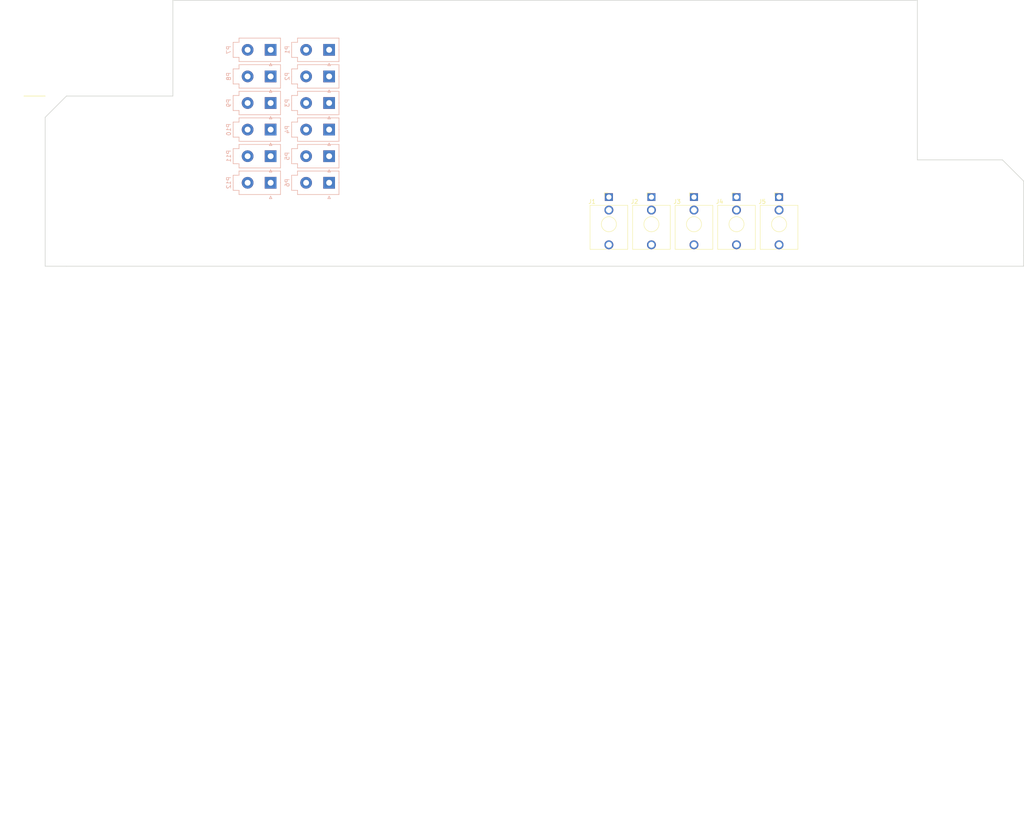
<source format=kicad_pcb>
(kicad_pcb (version 20171130) (host pcbnew 5.0.0-rc2)

  (general
    (thickness 1.6)
    (drawings 14)
    (tracks 0)
    (zones 0)
    (modules 20)
    (nets 23)
  )

  (page USLetter)
  (title_block
    (title "Project Title")
  )

  (layers
    (0 F.Cu signal)
    (31 B.Cu signal)
    (34 B.Paste user)
    (35 F.Paste user)
    (36 B.SilkS user)
    (37 F.SilkS user)
    (38 B.Mask user)
    (39 F.Mask user)
    (40 Dwgs.User user)
    (44 Edge.Cuts user)
    (46 B.CrtYd user)
    (47 F.CrtYd user)
    (48 B.Fab user)
    (49 F.Fab user)
  )

  (setup
    (last_trace_width 0.254)
    (user_trace_width 0.1524)
    (user_trace_width 0.254)
    (user_trace_width 0.3302)
    (user_trace_width 0.508)
    (user_trace_width 0.762)
    (user_trace_width 1.27)
    (trace_clearance 0.254)
    (zone_clearance 0.508)
    (zone_45_only no)
    (trace_min 0.1524)
    (segment_width 0.1524)
    (edge_width 0.1524)
    (via_size 0.6858)
    (via_drill 0.3302)
    (via_min_size 0.6858)
    (via_min_drill 0.3302)
    (user_via 0.6858 0.3302)
    (user_via 0.762 0.4064)
    (user_via 0.8636 0.508)
    (uvia_size 0.6858)
    (uvia_drill 0.3302)
    (uvias_allowed no)
    (uvia_min_size 0)
    (uvia_min_drill 0)
    (pcb_text_width 0.1524)
    (pcb_text_size 1.016 1.016)
    (mod_edge_width 0.1524)
    (mod_text_size 1.016 1.016)
    (mod_text_width 0.1524)
    (pad_size 1.524 1.524)
    (pad_drill 0.762)
    (pad_to_mask_clearance 0.0762)
    (solder_mask_min_width 0.1016)
    (pad_to_paste_clearance -0.0762)
    (aux_axis_origin 0 0)
    (visible_elements 7FFFFFFF)
    (pcbplotparams
      (layerselection 0x310fc_80000001)
      (usegerberextensions true)
      (usegerberattributes false)
      (usegerberadvancedattributes false)
      (creategerberjobfile false)
      (excludeedgelayer true)
      (linewidth 0.100000)
      (plotframeref false)
      (viasonmask false)
      (mode 1)
      (useauxorigin false)
      (hpglpennumber 1)
      (hpglpenspeed 20)
      (hpglpendiameter 15)
      (psnegative false)
      (psa4output false)
      (plotreference true)
      (plotvalue true)
      (plotinvisibletext false)
      (padsonsilk false)
      (subtractmaskfromsilk false)
      (outputformat 1)
      (mirror false)
      (drillshape 0)
      (scaleselection 1)
      (outputdirectory gerbers))
  )

  (net 0 "")
  (net 1 /BATT12V+)
  (net 2 "Net-(P1-Pad1)")
  (net 3 +12V)
  (net 4 /DIM+)
  (net 5 /Front_Rch-)
  (net 6 /Rear_Rch-)
  (net 7 "Net-(P5-Pad1)")
  (net 8 /DIN-)
  (net 9 /Front_Lch+)
  (net 10 /Rear_Lch+)
  (net 11 /Front_Rch+)
  (net 12 /Rear_Rch+)
  (net 13 /SW+12V)
  (net 14 /+BCH)
  (net 15 /AMP_SENS)
  (net 16 /Rear_Lch-)
  (net 17 /Front_Lch-)
  (net 18 /PARK)
  (net 19 GND)
  (net 20 "Net-(P2-Pad1)")
  (net 21 "Net-(P7-Pad2)")
  (net 22 "Net-(P7-Pad1)")

  (net_class Default "This is the default net class."
    (clearance 0.254)
    (trace_width 0.254)
    (via_dia 0.6858)
    (via_drill 0.3302)
    (uvia_dia 0.6858)
    (uvia_drill 0.3302)
    (add_net +12V)
    (add_net /+BCH)
    (add_net /AMP_SENS)
    (add_net /BATT12V+)
    (add_net /DIM+)
    (add_net /DIN-)
    (add_net /Front_Lch+)
    (add_net /Front_Lch-)
    (add_net /Front_Rch+)
    (add_net /Front_Rch-)
    (add_net /PARK)
    (add_net /Rear_Lch+)
    (add_net /Rear_Lch-)
    (add_net /Rear_Rch+)
    (add_net /Rear_Rch-)
    (add_net /SW+12V)
    (add_net GND)
    (add_net "Net-(P1-Pad1)")
    (add_net "Net-(P2-Pad1)")
    (add_net "Net-(P5-Pad1)")
    (add_net "Net-(P7-Pad1)")
    (add_net "Net-(P7-Pad2)")
  )

  (module Mounting_Holes:MountingHole_6mm (layer F.Cu) (tedit 5D4907C2) (tstamp 5D4C3A39)
    (at 246.38 69.85)
    (descr "Mounting Hole 6mm, no annular")
    (tags "mounting hole 6mm no annular")
    (path /5D49076D)
    (fp_text reference DIN2 (at -6.35 -2.54) (layer F.SilkS) hide
      (effects (font (size 1 1) (thickness 0.15)))
    )
    (fp_text value Mounting_Hole (at 0 7) (layer F.Fab)
      (effects (font (size 1 1) (thickness 0.15)))
    )
    (fp_circle (center 0 0) (end 6.25 0) (layer F.CrtYd) (width 0.05))
    (fp_circle (center 0 0) (end 6 0) (layer Cmts.User) (width 0.15))
    (pad 1 np_thru_hole circle (at 0 0) (size 6 6) (drill 6) (layers *.Cu *.Mask))
  )

  (module Mounting_Holes:MountingHole_6mm (layer F.Cu) (tedit 5D4907A1) (tstamp 5D4C3A32)
    (at 27.94 54.61)
    (descr "Mounting Hole 6mm, no annular")
    (tags "mounting hole 6mm no annular")
    (path /5D4906D1)
    (fp_text reference DIN1 (at 7.62 -3.81) (layer F.SilkS) hide
      (effects (font (size 1 1) (thickness 0.15)))
    )
    (fp_text value Mounting_Hole (at 0 7) (layer F.Fab)
      (effects (font (size 1 1) (thickness 0.15)))
    )
    (fp_circle (center 0 0) (end 6 0) (layer Cmts.User) (width 0.15))
    (fp_circle (center 0 0) (end 6.25 0) (layer F.CrtYd) (width 0.05))
    (pad 1 np_thru_hole circle (at 0 0) (size 6 6) (drill 6) (layers *.Cu *.Mask))
  )

  (module SteakElectronics:steakelectronics_fmask (layer F.Cu) (tedit 0) (tstamp 5D4F4D9E)
    (at 207.01 36.83)
    (path /5D49086D)
    (fp_text reference STKLOGO1 (at 0 0) (layer F.Mask) hide
      (effects (font (size 1.524 1.524) (thickness 0.3)))
    )
    (fp_text value OPEN_HARDWARE_1 (at -3.81 -5.08) (layer F.Mask) hide
      (effects (font (size 1.524 1.524) (thickness 0.3)))
    )
    (fp_poly (pts (xy 9.799186 -2.060383) (xy 9.907996 -2.000373) (xy 10.005801 -1.939636) (xy 10.137933 -1.862775)
      (xy 10.24539 -1.812467) (xy 10.288912 -1.80109) (xy 10.372483 -1.773052) (xy 10.490649 -1.703466)
      (xy 10.610784 -1.614127) (xy 10.700262 -1.526832) (xy 10.701168 -1.525695) (xy 10.74143 -1.43075)
      (xy 10.758895 -1.303421) (xy 10.715872 -1.152797) (xy 10.584376 -0.977349) (xy 10.364782 -0.777481)
      (xy 10.058341 -0.554181) (xy 9.90482 -0.448734) (xy 9.808626 -0.368021) (xy 9.750405 -0.285293)
      (xy 9.710802 -0.173798) (xy 9.6743 -0.023364) (xy 9.609947 0.197163) (xy 9.518755 0.388594)
      (xy 9.382499 0.585068) (xy 9.28795 0.700369) (xy 9.217241 0.818906) (xy 9.15202 0.984225)
      (xy 9.108117 1.151324) (xy 9.098514 1.238916) (xy 9.057279 1.361944) (xy 8.950608 1.488404)
      (xy 8.801838 1.596225) (xy 8.655452 1.657935) (xy 8.386503 1.70311) (xy 8.133945 1.676024)
      (xy 8.012546 1.639319) (xy 7.831919 1.548155) (xy 7.701097 1.411694) (xy 7.607135 1.212761)
      (xy 7.558599 1.037037) (xy 7.462464 0.745982) (xy 7.320863 0.477361) (xy 7.318362 0.473579)
      (xy 7.245697 0.346897) (xy 8.662314 0.346897) (xy 8.712228 0.354169) (xy 8.797636 0.356246)
      (xy 8.907158 0.353312) (xy 8.947191 0.34508) (xy 8.925271 0.336946) (xy 8.798575 0.32863)
      (xy 8.694362 0.336316) (xy 8.662314 0.346897) (xy 7.245697 0.346897) (xy 7.203372 0.273111)
      (xy 7.197294 0.254533) (xy 8.754678 0.254533) (xy 8.804592 0.261805) (xy 8.89 0.263883)
      (xy 8.999521 0.260948) (xy 9.039554 0.252717) (xy 9.017635 0.244582) (xy 8.890939 0.236267)
      (xy 8.786726 0.243952) (xy 8.754678 0.254533) (xy 7.197294 0.254533) (xy 7.167076 0.162169)
      (xy 8.847042 0.162169) (xy 8.896956 0.169442) (xy 8.982364 0.171519) (xy 9.091885 0.168584)
      (xy 9.131918 0.160353) (xy 9.109999 0.152219) (xy 8.983303 0.143903) (xy 8.87909 0.151588)
      (xy 8.847042 0.162169) (xy 7.167076 0.162169) (xy 7.142094 0.08581) (xy 7.13676 0.048908)
      (xy 8.820727 0.048908) (xy 8.86035 0.07896) (xy 8.956905 0.091197) (xy 9.076916 0.086728)
      (xy 9.186913 0.066663) (xy 9.251208 0.034637) (xy 9.289977 -0.046492) (xy 9.317495 -0.17478)
      (xy 9.321001 -0.207818) (xy 9.347903 -0.356162) (xy 9.394122 -0.481411) (xy 9.402884 -0.496454)
      (xy 9.439424 -0.56174) (xy 9.425648 -0.591644) (xy 9.344656 -0.599974) (xy 9.275701 -0.600363)
      (xy 9.08915 -0.574797) (xy 8.97304 -0.492832) (xy 8.919208 -0.346571) (xy 8.913091 -0.249567)
      (xy 8.903192 -0.121349) (xy 8.878363 -0.03637) (xy 8.866909 -0.02309) (xy 8.822489 0.035951)
      (xy 8.820727 0.048908) (xy 7.13676 0.048908) (xy 7.123697 -0.041452) (xy 7.10604 -0.19032)
      (xy 7.075029 -0.278722) (xy 7.009759 -0.338247) (xy 6.889322 -0.400483) (xy 6.884564 -0.402757)
      (xy 6.663515 -0.531132) (xy 6.452079 -0.694413) (xy 6.265421 -0.876394) (xy 6.118703 -1.06087)
      (xy 6.027089 -1.231636) (xy 6.003636 -1.344234) (xy 6.017572 -1.420578) (xy 6.068355 -1.500817)
      (xy 6.16945 -1.601137) (xy 6.324444 -1.729851) (xy 6.501657 -1.867291) (xy 6.622283 -1.952296)
      (xy 6.682728 -1.982933) (xy 6.679399 -1.957274) (xy 6.625334 -1.891513) (xy 6.566215 -1.767534)
      (xy 6.551176 -1.600453) (xy 6.579891 -1.428158) (xy 6.630268 -1.317814) (xy 6.717002 -1.230821)
      (xy 6.843944 -1.149049) (xy 6.870832 -1.13608) (xy 6.983747 -1.091229) (xy 7.072456 -1.082715)
      (xy 7.181287 -1.110483) (xy 7.250816 -1.135613) (xy 7.430882 -1.193944) (xy 7.630182 -1.246342)
      (xy 7.689273 -1.259149) (xy 7.865076 -1.283491) (xy 8.088722 -1.298528) (xy 8.341719 -1.304824)
      (xy 8.605578 -1.302943) (xy 8.861808 -1.29345) (xy 9.091918 -1.27691) (xy 9.277419 -1.253888)
      (xy 9.39982 -1.224949) (xy 9.434449 -1.205841) (xy 9.532095 -1.162713) (xy 9.67765 -1.15462)
      (xy 9.834752 -1.178793) (xy 9.967039 -1.232462) (xy 9.989406 -1.248113) (xy 10.10333 -1.364931)
      (xy 10.1433 -1.486536) (xy 10.1076 -1.624405) (xy 9.994513 -1.790016) (xy 9.891167 -1.905)
      (xy 9.792942 -2.013352) (xy 9.761558 -2.064927) (xy 9.799186 -2.060383)) (layer F.Mask) (width 0.01))
    (fp_poly (pts (xy -10.158204 -0.875854) (xy -10.069402 -0.864754) (xy -10.0309 -0.834709) (xy -10.021665 -0.77627)
      (xy -10.021454 -0.7441) (xy -10.027054 -0.663862) (xy -10.060106 -0.625678) (xy -10.144997 -0.61543)
      (xy -10.240818 -0.6171) (xy -10.391114 -0.610761) (xy -10.470402 -0.585976) (xy -10.472315 -0.550055)
      (xy -10.390488 -0.510309) (xy -10.344727 -0.49777) (xy -10.158829 -0.444365) (xy -10.047109 -0.384254)
      (xy -9.991886 -0.301103) (xy -9.975479 -0.178577) (xy -9.975273 -0.156451) (xy -9.989305 -0.009734)
      (xy -10.039912 0.081237) (xy -10.077912 0.112836) (xy -10.193007 0.156154) (xy -10.360897 0.177716)
      (xy -10.544041 0.175024) (xy -10.679545 0.152893) (xy -10.745694 0.091002) (xy -10.760364 -0.002243)
      (xy -10.752816 -0.094134) (xy -10.712668 -0.113601) (xy -10.641903 -0.09122) (xy -10.503375 -0.057053)
      (xy -10.384516 -0.046181) (xy -10.284165 -0.068823) (xy -10.256094 -0.121877) (xy -10.296743 -0.18304)
      (xy -10.40255 -0.230008) (xy -10.414279 -0.232599) (xy -10.598525 -0.285155) (xy -10.706519 -0.358911)
      (xy -10.754143 -0.468546) (xy -10.760364 -0.552508) (xy -10.743297 -0.706343) (xy -10.682561 -0.804674)
      (xy -10.563853 -0.858016) (xy -10.372869 -0.876885) (xy -10.318338 -0.877454) (xy -10.158204 -0.875854)) (layer F.Mask) (width 0.01))
    (fp_poly (pts (xy -8.913091 -0.762) (xy -8.925167 -0.683922) (xy -8.979512 -0.651959) (xy -9.074727 -0.646545)
      (xy -9.236364 -0.646545) (xy -9.236364 0.184728) (xy -9.367212 0.184728) (xy -9.47298 0.174837)
      (xy -9.528848 0.15394) (xy -9.543 0.096444) (xy -9.553721 -0.029644) (xy -9.55925 -0.200567)
      (xy -9.559636 -0.261697) (xy -9.559636 -0.646545) (xy -9.721273 -0.646545) (xy -9.830581 -0.655171)
      (xy -9.875329 -0.693988) (xy -9.882909 -0.762) (xy -9.882909 -0.877454) (xy -8.913091 -0.877454)
      (xy -8.913091 -0.762)) (layer F.Mask) (width 0.01))
    (fp_poly (pts (xy -8.268038 -0.876224) (xy -8.158321 -0.868607) (xy -8.103277 -0.848714) (xy -8.08406 -0.810657)
      (xy -8.081818 -0.762) (xy -8.090432 -0.690755) (xy -8.132771 -0.657) (xy -8.233583 -0.646986)
      (xy -8.289636 -0.646545) (xy -8.428573 -0.636789) (xy -8.49078 -0.60456) (xy -8.497454 -0.579928)
      (xy -8.456912 -0.529435) (xy -8.33203 -0.501755) (xy -8.301182 -0.499109) (xy -8.177009 -0.48385)
      (xy -8.12003 -0.451033) (xy -8.105082 -0.384037) (xy -8.104909 -0.369454) (xy -8.115577 -0.295639)
      (xy -8.164357 -0.258593) (xy -8.276413 -0.241693) (xy -8.301182 -0.239799) (xy -8.428413 -0.222331)
      (xy -8.486129 -0.186474) (xy -8.497454 -0.13589) (xy -8.484471 -0.08195) (xy -8.430546 -0.055058)
      (xy -8.313214 -0.046487) (xy -8.266545 -0.046181) (xy -8.129503 -0.042438) (xy -8.061136 -0.023335)
      (xy -8.037824 0.022939) (xy -8.035636 0.069273) (xy -8.03924 0.125182) (xy -8.062244 0.159303)
      (xy -8.122934 0.177015) (xy -8.239596 0.183697) (xy -8.428182 0.184728) (xy -8.820727 0.184728)
      (xy -8.820727 -0.877454) (xy -8.451273 -0.877454) (xy -8.268038 -0.876224)) (layer F.Mask) (width 0.01))
    (fp_poly (pts (xy -7.314312 -0.866507) (xy -7.248339 -0.820291) (xy -7.214597 -0.750454) (xy -7.173248 -0.63831)
      (xy -7.114759 -0.478767) (xy -7.06639 -0.346363) (xy -7.005891 -0.181938) (xy -6.952245 -0.038636)
      (xy -6.923214 0.03681) (xy -6.889122 0.133702) (xy -6.90426 0.175072) (xy -6.986869 0.184562)
      (xy -7.037341 0.184728) (xy -7.15589 0.168661) (xy -7.211413 0.111916) (xy -7.217745 0.092364)
      (xy -7.25358 0.031257) (xy -7.335756 0.004401) (xy -7.435273 0) (xy -7.565687 0.009484)
      (xy -7.631302 0.04538) (xy -7.652801 0.092364) (xy -7.697656 0.159958) (xy -7.79994 0.184007)
      (xy -7.833204 0.184728) (xy -7.937961 0.180578) (xy -7.988597 0.170419) (xy -7.989454 0.168744)
      (xy -7.985193 0.151579) (xy -7.969891 0.105763) (xy -7.939771 0.020832) (xy -7.891056 -0.113678)
      (xy -7.819968 -0.308231) (xy -7.812634 -0.328224) (xy -7.520627 -0.328224) (xy -7.507453 -0.254838)
      (xy -7.430332 -0.230909) (xy -7.359963 -0.250181) (xy -7.361059 -0.303959) (xy -7.387589 -0.416868)
      (xy -7.39056 -0.454049) (xy -7.399238 -0.500986) (xy -7.433637 -0.474861) (xy -7.459832 -0.441446)
      (xy -7.520627 -0.328224) (xy -7.812634 -0.328224) (xy -7.72273 -0.57329) (xy -7.65764 -0.750454)
      (xy -7.611142 -0.836227) (xy -7.534787 -0.87174) (xy -7.436358 -0.877454) (xy -7.314312 -0.866507)) (layer F.Mask) (width 0.01))
    (fp_poly (pts (xy -6.562818 -0.867873) (xy -6.520769 -0.821083) (xy -6.503359 -0.710011) (xy -6.502879 -0.704272)
      (xy -6.488545 -0.53109) (xy -6.327229 -0.704272) (xy -6.209451 -0.814749) (xy -6.104336 -0.866104)
      (xy -5.992411 -0.877454) (xy -5.880898 -0.871312) (xy -5.821771 -0.856083) (xy -5.818909 -0.851365)
      (xy -5.849545 -0.808485) (xy -5.929973 -0.720792) (xy -6.042972 -0.607034) (xy -6.046265 -0.603824)
      (xy -6.273621 -0.382372) (xy -6.023174 -0.135036) (xy -5.903451 -0.012365) (xy -5.814891 0.086826)
      (xy -5.773818 0.144056) (xy -5.772727 0.148514) (xy -5.813519 0.171898) (xy -5.914534 0.184183)
      (xy -5.944161 0.184728) (xy -6.061062 0.170913) (xy -6.166692 0.118523) (xy -6.292261 0.011141)
      (xy -6.313616 -0.009615) (xy -6.511636 -0.203958) (xy -6.511636 -0.009615) (xy -6.516429 0.112781)
      (xy -6.543098 0.168743) (xy -6.610085 0.184135) (xy -6.650182 0.184728) (xy -6.788727 0.184728)
      (xy -6.788727 -0.877454) (xy -6.65297 -0.877454) (xy -6.562818 -0.867873)) (layer F.Mask) (width 0.01))
    (fp_poly (pts (xy -4.665857 -0.876224) (xy -4.55614 -0.868607) (xy -4.501095 -0.848714) (xy -4.481878 -0.810657)
      (xy -4.479636 -0.762) (xy -4.48825 -0.690755) (xy -4.530589 -0.657) (xy -4.631401 -0.646986)
      (xy -4.687454 -0.646545) (xy -4.82443 -0.637479) (xy -4.886823 -0.606654) (xy -4.895273 -0.577272)
      (xy -4.864769 -0.529105) (xy -4.763653 -0.509257) (xy -4.710545 -0.508) (xy -4.592097 -0.502529)
      (xy -4.539441 -0.472881) (xy -4.52611 -0.399204) (xy -4.525818 -0.369454) (xy -4.533113 -0.280618)
      (xy -4.572643 -0.241126) (xy -4.670879 -0.231127) (xy -4.710545 -0.230909) (xy -4.831401 -0.223163)
      (xy -4.884814 -0.191857) (xy -4.895273 -0.138545) (xy -4.883116 -0.083145) (xy -4.831514 -0.055515)
      (xy -4.717773 -0.046577) (xy -4.664364 -0.046181) (xy -4.527321 -0.042438) (xy -4.458954 -0.023335)
      (xy -4.435642 0.022939) (xy -4.433454 0.069273) (xy -4.437059 0.125182) (xy -4.460062 0.159303)
      (xy -4.520752 0.177015) (xy -4.637414 0.183697) (xy -4.826 0.184728) (xy -5.218545 0.184728)
      (xy -5.218545 -0.877454) (xy -4.849091 -0.877454) (xy -4.665857 -0.876224)) (layer F.Mask) (width 0.01))
    (fp_poly (pts (xy -3.971636 -0.046181) (xy -3.740727 -0.046181) (xy -3.603685 -0.042438) (xy -3.535318 -0.023335)
      (xy -3.512006 0.022939) (xy -3.509818 0.069273) (xy -3.513422 0.125182) (xy -3.536426 0.159303)
      (xy -3.597115 0.177015) (xy -3.713778 0.183697) (xy -3.902364 0.184728) (xy -4.294909 0.184728)
      (xy -4.294909 -0.877454) (xy -3.971636 -0.877454) (xy -3.971636 -0.046181)) (layer F.Mask) (width 0.01))
    (fp_poly (pts (xy -2.818584 -0.876224) (xy -2.708867 -0.868607) (xy -2.653822 -0.848714) (xy -2.634605 -0.810657)
      (xy -2.632364 -0.762) (xy -2.63985 -0.693478) (xy -2.678057 -0.659295) (xy -2.770603 -0.647639)
      (xy -2.863273 -0.646545) (xy -3.003716 -0.640779) (xy -3.073535 -0.618491) (xy -3.094025 -0.572197)
      (xy -3.094182 -0.565394) (xy -3.079299 -0.515801) (xy -3.019544 -0.496454) (xy -2.892252 -0.500309)
      (xy -2.886364 -0.500772) (xy -2.758835 -0.507631) (xy -2.698326 -0.491118) (xy -2.67985 -0.436002)
      (xy -2.678545 -0.374104) (xy -2.684192 -0.286076) (xy -2.717858 -0.244386) (xy -2.804637 -0.231744)
      (xy -2.886364 -0.230909) (xy -3.016233 -0.224865) (xy -3.077645 -0.199771) (xy -3.094102 -0.14518)
      (xy -3.094182 -0.138545) (xy -3.082025 -0.083145) (xy -3.030423 -0.055515) (xy -2.916682 -0.046577)
      (xy -2.863273 -0.046181) (xy -2.72623 -0.042438) (xy -2.657863 -0.023335) (xy -2.634551 0.022939)
      (xy -2.632364 0.069273) (xy -2.636301 0.126534) (xy -2.660675 0.16082) (xy -2.724332 0.178022)
      (xy -2.846116 0.184027) (xy -3.001818 0.184728) (xy -3.371273 0.184728) (xy -3.371273 -0.877454)
      (xy -3.001818 -0.877454) (xy -2.818584 -0.876224)) (layer F.Mask) (width 0.01))
    (fp_poly (pts (xy -1.921044 -0.867929) (xy -1.765643 -0.85799) (xy -1.679789 -0.839713) (xy -1.640712 -0.801829)
      (xy -1.625641 -0.733065) (xy -1.624228 -0.72101) (xy -1.622816 -0.629584) (xy -1.656418 -0.608628)
      (xy -1.686246 -0.617298) (xy -1.847903 -0.669514) (xy -1.959734 -0.673295) (xy -2.052226 -0.62582)
      (xy -2.104109 -0.578634) (xy -2.187273 -0.474735) (xy -2.207266 -0.372757) (xy -2.198658 -0.308666)
      (xy -2.133075 -0.137993) (xy -2.0178 -0.045006) (xy -1.853751 -0.030129) (xy -1.689927 -0.074016)
      (xy -1.634013 -0.072574) (xy -1.616474 0.002056) (xy -1.616364 0.013209) (xy -1.642506 0.111574)
      (xy -1.689413 0.156696) (xy -1.843821 0.183462) (xy -2.031054 0.173238) (xy -2.201117 0.129918)
      (xy -2.235445 0.114188) (xy -2.376757 0.01893) (xy -2.456555 -0.100167) (xy -2.489223 -0.269791)
      (xy -2.492349 -0.362471) (xy -2.486323 -0.517355) (xy -2.456117 -0.619485) (xy -2.387011 -0.707985)
      (xy -2.348225 -0.745492) (xy -2.257227 -0.821728) (xy -2.171457 -0.860526) (xy -2.056129 -0.871855)
      (xy -1.921044 -0.867929)) (layer F.Mask) (width 0.01))
    (fp_poly (pts (xy -1.073727 -0.867471) (xy -0.854203 -0.860467) (xy -0.710931 -0.851062) (xy -0.627807 -0.835835)
      (xy -0.588726 -0.811364) (xy -0.577581 -0.774228) (xy -0.577273 -0.762) (xy -0.597147 -0.697502)
      (xy -0.672228 -0.66507) (xy -0.750454 -0.655303) (xy -0.923636 -0.640969) (xy -0.923636 0.184728)
      (xy -1.200727 0.184728) (xy -1.200727 -0.646545) (xy -1.385454 -0.646545) (xy -1.504409 -0.652778)
      (xy -1.557284 -0.682464) (xy -1.5701 -0.752088) (xy -1.570182 -0.763562) (xy -1.570182 -0.880579)
      (xy -1.073727 -0.867471)) (layer F.Mask) (width 0.01))
    (fp_poly (pts (xy 0.031644 -0.874091) (xy 0.14009 -0.858698) (xy 0.210616 -0.823318) (xy 0.270402 -0.759995)
      (xy 0.273739 -0.755772) (xy 0.339817 -0.65596) (xy 0.369347 -0.580104) (xy 0.369455 -0.577272)
      (xy 0.342826 -0.504196) (xy 0.27828 -0.404609) (xy 0.273739 -0.398773) (xy 0.221559 -0.318175)
      (xy 0.217589 -0.27808) (xy 0.222471 -0.27709) (xy 0.260653 -0.239856) (xy 0.319966 -0.148072)
      (xy 0.38409 -0.031621) (xy 0.436705 0.079617) (xy 0.461489 0.155761) (xy 0.461818 0.161133)
      (xy 0.421264 0.176959) (xy 0.322006 0.1846) (xy 0.305785 0.184728) (xy 0.188938 0.169429)
      (xy 0.121016 0.105473) (xy 0.090734 0.042249) (xy 0.011857 -0.105024) (xy -0.075958 -0.202832)
      (xy -0.141844 -0.230909) (xy -0.16742 -0.189625) (xy -0.182761 -0.085176) (xy -0.184727 -0.02309)
      (xy -0.188743 0.1047) (xy -0.211932 0.165226) (xy -0.271005 0.183553) (xy -0.323273 0.184728)
      (xy -0.461818 0.184728) (xy -0.461818 -0.53109) (xy -0.184727 -0.53109) (xy -0.157176 -0.438368)
      (xy -0.089422 -0.419488) (xy -0.003818 -0.480336) (xy -0.001679 -0.482886) (xy 0.03082 -0.569617)
      (xy -0.016469 -0.630714) (xy -0.095089 -0.646545) (xy -0.165795 -0.618009) (xy -0.184727 -0.53109)
      (xy -0.461818 -0.53109) (xy -0.461818 -0.877454) (xy -0.141897 -0.877454) (xy 0.031644 -0.874091)) (layer F.Mask) (width 0.01))
    (fp_poly (pts (xy 1.228439 -0.870248) (xy 1.336705 -0.841182) (xy 1.424238 -0.779085) (xy 1.447308 -0.756824)
      (xy 1.556627 -0.592947) (xy 1.604676 -0.399511) (xy 1.593131 -0.202269) (xy 1.523669 -0.026974)
      (xy 1.397965 0.100618) (xy 1.391247 0.104687) (xy 1.220062 0.16453) (xy 1.014208 0.179192)
      (xy 0.82097 0.146085) (xy 0.796928 0.137215) (xy 0.662851 0.037998) (xy 0.566907 -0.119199)
      (xy 0.519172 -0.304358) (xy 0.52288 -0.368712) (xy 0.827656 -0.368712) (xy 0.850907 -0.202449)
      (xy 0.880523 -0.132812) (xy 0.963315 -0.060814) (xy 1.078985 -0.049755) (xy 1.195594 -0.094775)
      (xy 1.281203 -0.191011) (xy 1.282668 -0.194026) (xy 1.319006 -0.362208) (xy 1.276249 -0.519616)
      (xy 1.171964 -0.631417) (xy 1.084258 -0.677168) (xy 1.011563 -0.666199) (xy 0.946727 -0.627701)
      (xy 0.861053 -0.521354) (xy 0.827656 -0.368712) (xy 0.52288 -0.368712) (xy 0.529723 -0.487462)
      (xy 0.559953 -0.568763) (xy 0.668305 -0.738832) (xy 0.792916 -0.834711) (xy 0.962157 -0.873777)
      (xy 1.063934 -0.877454) (xy 1.228439 -0.870248)) (layer F.Mask) (width 0.01))
    (fp_poly (pts (xy 2.032472 -0.870707) (xy 2.094257 -0.838816) (xy 2.154678 -0.764305) (xy 2.231393 -0.629702)
      (xy 2.263396 -0.56892) (xy 2.424546 -0.260386) (xy 2.438201 -0.56892) (xy 2.447019 -0.73287)
      (xy 2.461861 -0.825145) (xy 2.492749 -0.866346) (xy 2.549705 -0.877077) (xy 2.588292 -0.877454)
      (xy 2.724727 -0.877454) (xy 2.724727 0.190303) (xy 2.558939 0.17597) (xy 2.471376 0.162146)
      (xy 2.405217 0.126707) (xy 2.342316 0.051643) (xy 2.264525 -0.081053) (xy 2.22412 -0.156283)
      (xy 2.055091 -0.474202) (xy 2.041522 -0.144737) (xy 2.032597 0.026239) (xy 2.018322 0.124773)
      (xy 1.991028 0.170757) (xy 1.943049 0.184084) (xy 1.914522 0.184728) (xy 1.801091 0.184728)
      (xy 1.801091 -0.877454) (xy 1.951669 -0.877454) (xy 2.032472 -0.870707)) (layer F.Mask) (width 0.01))
    (fp_poly (pts (xy 3.232727 0.184728) (xy 3.101879 0.184728) (xy 3.00063 0.178715) (xy 2.951788 0.165671)
      (xy 2.945279 0.114609) (xy 2.942347 -0.009273) (xy 2.943167 -0.186494) (xy 2.946972 -0.36542)
      (xy 2.961398 -0.877454) (xy 3.232727 -0.877454) (xy 3.232727 0.184728)) (layer F.Mask) (width 0.01))
    (fp_poly (pts (xy 4.109286 -0.869729) (xy 4.225069 -0.841731) (xy 4.281533 -0.786228) (xy 4.294909 -0.707765)
      (xy 4.282919 -0.627479) (xy 4.229315 -0.618611) (xy 4.191 -0.630404) (xy 3.991686 -0.667801)
      (xy 3.836501 -0.631103) (xy 3.734507 -0.525593) (xy 3.694764 -0.356556) (xy 3.694546 -0.340835)
      (xy 3.729977 -0.186171) (xy 3.821603 -0.072865) (xy 3.947424 -0.016831) (xy 4.08544 -0.033986)
      (xy 4.105401 -0.043623) (xy 4.220017 -0.088188) (xy 4.279707 -0.063961) (xy 4.294909 0.017705)
      (xy 4.260436 0.118285) (xy 4.191 0.15562) (xy 3.999643 0.181872) (xy 3.801148 0.170245)
      (xy 3.648364 0.125955) (xy 3.553784 0.047651) (xy 3.464361 -0.074324) (xy 3.447328 -0.106281)
      (xy 3.387399 -0.323202) (xy 3.417284 -0.53352) (xy 3.534691 -0.72373) (xy 3.555844 -0.745857)
      (xy 3.657722 -0.829823) (xy 3.768209 -0.868535) (xy 3.918125 -0.877454) (xy 4.109286 -0.869729)) (layer F.Mask) (width 0.01))
    (fp_poly (pts (xy 5.101457 -0.864935) (xy 5.215637 -0.827851) (xy 5.258911 -0.760943) (xy 5.256052 -0.710284)
      (xy 5.209764 -0.644504) (xy 5.147599 -0.643317) (xy 4.963596 -0.667675) (xy 4.832097 -0.652339)
      (xy 4.768689 -0.59943) (xy 4.766549 -0.591451) (xy 4.782414 -0.531199) (xy 4.870041 -0.492189)
      (xy 4.915886 -0.482326) (xy 5.113334 -0.416308) (xy 5.244151 -0.312602) (xy 5.301787 -0.18408)
      (xy 5.279694 -0.043619) (xy 5.197554 0.071372) (xy 5.051291 0.156541) (xy 4.840636 0.181897)
      (xy 4.583546 0.152136) (xy 4.505528 0.112784) (xy 4.480069 0.018767) (xy 4.479636 -0.003831)
      (xy 4.479636 -0.139785) (xy 4.652282 -0.067649) (xy 4.804479 -0.024271) (xy 4.93084 -0.024026)
      (xy 5.010295 -0.063581) (xy 5.025097 -0.126633) (xy 4.968647 -0.191463) (xy 4.838354 -0.239419)
      (xy 4.828071 -0.241634) (xy 4.629836 -0.311664) (xy 4.514018 -0.422598) (xy 4.479636 -0.561339)
      (xy 4.517011 -0.719776) (xy 4.62863 -0.823749) (xy 4.813731 -0.872696) (xy 4.906818 -0.876747)
      (xy 5.101457 -0.864935)) (layer F.Mask) (width 0.01))
  )

  (module Connector_Audio:Jack_3.5mm_QingPu_WQP-PJ398SM_Vertical_CircularHoles (layer F.Cu) (tedit 5C2B6BB2) (tstamp 5D55B934)
    (at 154.94 72.39)
    (descr "TRS 3.5mm, vertical, Thonkiconn, PCB mount, (http://www.qingpu-electronics.com/en/products/WQP-PJ398SM-362.html)")
    (tags "WQP-PJ398SM WQP-PJ301M-12 TRS 3.5mm mono vertical jack thonkiconn qingpu")
    (path /5D493775)
    (fp_text reference J1 (at -4.03 1.08 180) (layer F.SilkS)
      (effects (font (size 1 1) (thickness 0.15)))
    )
    (fp_text value JACK_2P (at 0 5 180) (layer F.Fab)
      (effects (font (size 1 1) (thickness 0.15)))
    )
    (fp_text user KEEPOUT (at 0 6.48) (layer Cmts.User)
      (effects (font (size 0.4 0.4) (thickness 0.051)))
    )
    (fp_line (start -5 12.98) (end -5 -1.42) (layer F.CrtYd) (width 0.05))
    (fp_line (start -4.5 12.48) (end -4.5 2.08) (layer F.Fab) (width 0.1))
    (fp_text user %R (at 0 8 180) (layer F.Fab)
      (effects (font (size 1 1) (thickness 0.15)))
    )
    (fp_line (start -4.5 1.98) (end -4.5 12.48) (layer F.SilkS) (width 0.12))
    (fp_line (start 4.5 1.98) (end 4.5 12.48) (layer F.SilkS) (width 0.12))
    (fp_circle (center 0 6.48) (end 1.5 6.48) (layer Dwgs.User) (width 0.12))
    (fp_line (start 0.09 7.96) (end 1.48 6.57) (layer Dwgs.User) (width 0.12))
    (fp_line (start -0.58 7.83) (end 1.36 5.89) (layer Dwgs.User) (width 0.12))
    (fp_line (start -1.07 7.49) (end 1.01 5.41) (layer Dwgs.User) (width 0.12))
    (fp_line (start -1.42 6.875) (end 0.4 5.06) (layer Dwgs.User) (width 0.12))
    (fp_line (start -1.41 6.02) (end -0.46 5.07) (layer Dwgs.User) (width 0.12))
    (fp_line (start 4.5 12.48) (end 0.5 12.48) (layer F.SilkS) (width 0.12))
    (fp_line (start -0.5 12.48) (end -4.5 12.48) (layer F.SilkS) (width 0.12))
    (fp_line (start 4.5 1.98) (end 0.35 1.98) (layer F.SilkS) (width 0.12))
    (fp_line (start -0.35 1.98) (end -4.5 1.98) (layer F.SilkS) (width 0.12))
    (fp_circle (center 0 6.48) (end 1.8 6.48) (layer F.SilkS) (width 0.12))
    (fp_line (start -1.06 -1) (end -1.06 -0.2) (layer F.SilkS) (width 0.12))
    (fp_line (start -1.06 -1) (end -0.2 -1) (layer F.SilkS) (width 0.12))
    (fp_line (start 4.5 12.48) (end 4.5 2.08) (layer F.Fab) (width 0.1))
    (fp_line (start 4.5 12.48) (end -4.5 12.48) (layer F.Fab) (width 0.1))
    (fp_line (start 5 12.98) (end 5 -1.42) (layer F.CrtYd) (width 0.05))
    (fp_line (start 5 12.98) (end -5 12.98) (layer F.CrtYd) (width 0.05))
    (fp_line (start 5 -1.42) (end -5 -1.42) (layer F.CrtYd) (width 0.05))
    (fp_line (start 4.5 2.03) (end -4.5 2.03) (layer F.Fab) (width 0.1))
    (fp_circle (center 0 6.48) (end 1.8 6.48) (layer F.Fab) (width 0.1))
    (fp_line (start 0 0) (end 0 2.03) (layer F.Fab) (width 0.1))
    (pad TN thru_hole circle (at 0 3.1 180) (size 2.13 2.13) (drill 1.42) (layers *.Cu *.Mask))
    (pad S thru_hole rect (at 0 0 180) (size 1.93 1.83) (drill 1.22) (layers *.Cu *.Mask))
    (pad T thru_hole circle (at 0 11.4 180) (size 2.13 2.13) (drill 1.43) (layers *.Cu *.Mask))
    (model ${KISYS3DMOD}/Connector_Audio.3dshapes/Jack_3.5mm_QingPu_WQP-PJ398SM_Vertical.wrl
      (at (xyz 0 0 0))
      (scale (xyz 1 1 1))
      (rotate (xyz 0 0 0))
    )
  )

  (module Connector_Audio:Jack_3.5mm_QingPu_WQP-PJ398SM_Vertical_CircularHoles (layer F.Cu) (tedit 5C2B6BB2) (tstamp 5D55B956)
    (at 165.1 72.39)
    (descr "TRS 3.5mm, vertical, Thonkiconn, PCB mount, (http://www.qingpu-electronics.com/en/products/WQP-PJ398SM-362.html)")
    (tags "WQP-PJ398SM WQP-PJ301M-12 TRS 3.5mm mono vertical jack thonkiconn qingpu")
    (path /5D4936C7)
    (fp_text reference J2 (at -4.03 1.08 180) (layer F.SilkS)
      (effects (font (size 1 1) (thickness 0.15)))
    )
    (fp_text value JACK_2P (at 0 5 180) (layer F.Fab)
      (effects (font (size 1 1) (thickness 0.15)))
    )
    (fp_line (start 0 0) (end 0 2.03) (layer F.Fab) (width 0.1))
    (fp_circle (center 0 6.48) (end 1.8 6.48) (layer F.Fab) (width 0.1))
    (fp_line (start 4.5 2.03) (end -4.5 2.03) (layer F.Fab) (width 0.1))
    (fp_line (start 5 -1.42) (end -5 -1.42) (layer F.CrtYd) (width 0.05))
    (fp_line (start 5 12.98) (end -5 12.98) (layer F.CrtYd) (width 0.05))
    (fp_line (start 5 12.98) (end 5 -1.42) (layer F.CrtYd) (width 0.05))
    (fp_line (start 4.5 12.48) (end -4.5 12.48) (layer F.Fab) (width 0.1))
    (fp_line (start 4.5 12.48) (end 4.5 2.08) (layer F.Fab) (width 0.1))
    (fp_line (start -1.06 -1) (end -0.2 -1) (layer F.SilkS) (width 0.12))
    (fp_line (start -1.06 -1) (end -1.06 -0.2) (layer F.SilkS) (width 0.12))
    (fp_circle (center 0 6.48) (end 1.8 6.48) (layer F.SilkS) (width 0.12))
    (fp_line (start -0.35 1.98) (end -4.5 1.98) (layer F.SilkS) (width 0.12))
    (fp_line (start 4.5 1.98) (end 0.35 1.98) (layer F.SilkS) (width 0.12))
    (fp_line (start -0.5 12.48) (end -4.5 12.48) (layer F.SilkS) (width 0.12))
    (fp_line (start 4.5 12.48) (end 0.5 12.48) (layer F.SilkS) (width 0.12))
    (fp_line (start -1.41 6.02) (end -0.46 5.07) (layer Dwgs.User) (width 0.12))
    (fp_line (start -1.42 6.875) (end 0.4 5.06) (layer Dwgs.User) (width 0.12))
    (fp_line (start -1.07 7.49) (end 1.01 5.41) (layer Dwgs.User) (width 0.12))
    (fp_line (start -0.58 7.83) (end 1.36 5.89) (layer Dwgs.User) (width 0.12))
    (fp_line (start 0.09 7.96) (end 1.48 6.57) (layer Dwgs.User) (width 0.12))
    (fp_circle (center 0 6.48) (end 1.5 6.48) (layer Dwgs.User) (width 0.12))
    (fp_line (start 4.5 1.98) (end 4.5 12.48) (layer F.SilkS) (width 0.12))
    (fp_line (start -4.5 1.98) (end -4.5 12.48) (layer F.SilkS) (width 0.12))
    (fp_text user %R (at 0 8 180) (layer F.Fab)
      (effects (font (size 1 1) (thickness 0.15)))
    )
    (fp_line (start -4.5 12.48) (end -4.5 2.08) (layer F.Fab) (width 0.1))
    (fp_line (start -5 12.98) (end -5 -1.42) (layer F.CrtYd) (width 0.05))
    (fp_text user KEEPOUT (at 0 6.48) (layer Cmts.User)
      (effects (font (size 0.4 0.4) (thickness 0.051)))
    )
    (pad T thru_hole circle (at 0 11.4 180) (size 2.13 2.13) (drill 1.43) (layers *.Cu *.Mask))
    (pad S thru_hole rect (at 0 0 180) (size 1.93 1.83) (drill 1.22) (layers *.Cu *.Mask))
    (pad TN thru_hole circle (at 0 3.1 180) (size 2.13 2.13) (drill 1.42) (layers *.Cu *.Mask))
    (model ${KISYS3DMOD}/Connector_Audio.3dshapes/Jack_3.5mm_QingPu_WQP-PJ398SM_Vertical.wrl
      (at (xyz 0 0 0))
      (scale (xyz 1 1 1))
      (rotate (xyz 0 0 0))
    )
  )

  (module Connector_Audio:Jack_3.5mm_QingPu_WQP-PJ398SM_Vertical_CircularHoles (layer F.Cu) (tedit 5C2B6BB2) (tstamp 5D55B978)
    (at 175.26 72.39)
    (descr "TRS 3.5mm, vertical, Thonkiconn, PCB mount, (http://www.qingpu-electronics.com/en/products/WQP-PJ398SM-362.html)")
    (tags "WQP-PJ398SM WQP-PJ301M-12 TRS 3.5mm mono vertical jack thonkiconn qingpu")
    (path /5D49366F)
    (fp_text reference J3 (at -4.03 1.08 180) (layer F.SilkS)
      (effects (font (size 1 1) (thickness 0.15)))
    )
    (fp_text value JACK_2P (at 0 5 180) (layer F.Fab)
      (effects (font (size 1 1) (thickness 0.15)))
    )
    (fp_line (start 0 0) (end 0 2.03) (layer F.Fab) (width 0.1))
    (fp_circle (center 0 6.48) (end 1.8 6.48) (layer F.Fab) (width 0.1))
    (fp_line (start 4.5 2.03) (end -4.5 2.03) (layer F.Fab) (width 0.1))
    (fp_line (start 5 -1.42) (end -5 -1.42) (layer F.CrtYd) (width 0.05))
    (fp_line (start 5 12.98) (end -5 12.98) (layer F.CrtYd) (width 0.05))
    (fp_line (start 5 12.98) (end 5 -1.42) (layer F.CrtYd) (width 0.05))
    (fp_line (start 4.5 12.48) (end -4.5 12.48) (layer F.Fab) (width 0.1))
    (fp_line (start 4.5 12.48) (end 4.5 2.08) (layer F.Fab) (width 0.1))
    (fp_line (start -1.06 -1) (end -0.2 -1) (layer F.SilkS) (width 0.12))
    (fp_line (start -1.06 -1) (end -1.06 -0.2) (layer F.SilkS) (width 0.12))
    (fp_circle (center 0 6.48) (end 1.8 6.48) (layer F.SilkS) (width 0.12))
    (fp_line (start -0.35 1.98) (end -4.5 1.98) (layer F.SilkS) (width 0.12))
    (fp_line (start 4.5 1.98) (end 0.35 1.98) (layer F.SilkS) (width 0.12))
    (fp_line (start -0.5 12.48) (end -4.5 12.48) (layer F.SilkS) (width 0.12))
    (fp_line (start 4.5 12.48) (end 0.5 12.48) (layer F.SilkS) (width 0.12))
    (fp_line (start -1.41 6.02) (end -0.46 5.07) (layer Dwgs.User) (width 0.12))
    (fp_line (start -1.42 6.875) (end 0.4 5.06) (layer Dwgs.User) (width 0.12))
    (fp_line (start -1.07 7.49) (end 1.01 5.41) (layer Dwgs.User) (width 0.12))
    (fp_line (start -0.58 7.83) (end 1.36 5.89) (layer Dwgs.User) (width 0.12))
    (fp_line (start 0.09 7.96) (end 1.48 6.57) (layer Dwgs.User) (width 0.12))
    (fp_circle (center 0 6.48) (end 1.5 6.48) (layer Dwgs.User) (width 0.12))
    (fp_line (start 4.5 1.98) (end 4.5 12.48) (layer F.SilkS) (width 0.12))
    (fp_line (start -4.5 1.98) (end -4.5 12.48) (layer F.SilkS) (width 0.12))
    (fp_text user %R (at 0 8 180) (layer F.Fab)
      (effects (font (size 1 1) (thickness 0.15)))
    )
    (fp_line (start -4.5 12.48) (end -4.5 2.08) (layer F.Fab) (width 0.1))
    (fp_line (start -5 12.98) (end -5 -1.42) (layer F.CrtYd) (width 0.05))
    (fp_text user KEEPOUT (at 0 6.48) (layer Cmts.User)
      (effects (font (size 0.4 0.4) (thickness 0.051)))
    )
    (pad T thru_hole circle (at 0 11.4 180) (size 2.13 2.13) (drill 1.43) (layers *.Cu *.Mask))
    (pad S thru_hole rect (at 0 0 180) (size 1.93 1.83) (drill 1.22) (layers *.Cu *.Mask))
    (pad TN thru_hole circle (at 0 3.1 180) (size 2.13 2.13) (drill 1.42) (layers *.Cu *.Mask))
    (model ${KISYS3DMOD}/Connector_Audio.3dshapes/Jack_3.5mm_QingPu_WQP-PJ398SM_Vertical.wrl
      (at (xyz 0 0 0))
      (scale (xyz 1 1 1))
      (rotate (xyz 0 0 0))
    )
  )

  (module Connector_Audio:Jack_3.5mm_QingPu_WQP-PJ398SM_Vertical_CircularHoles (layer F.Cu) (tedit 5C2B6BB2) (tstamp 5D55B99A)
    (at 185.42 72.39)
    (descr "TRS 3.5mm, vertical, Thonkiconn, PCB mount, (http://www.qingpu-electronics.com/en/products/WQP-PJ398SM-362.html)")
    (tags "WQP-PJ398SM WQP-PJ301M-12 TRS 3.5mm mono vertical jack thonkiconn qingpu")
    (path /5D49353F)
    (fp_text reference J4 (at -4.03 1.08 180) (layer F.SilkS)
      (effects (font (size 1 1) (thickness 0.15)))
    )
    (fp_text value JACK_2P (at 0 5 180) (layer F.Fab)
      (effects (font (size 1 1) (thickness 0.15)))
    )
    (fp_text user KEEPOUT (at 0 6.48) (layer Cmts.User)
      (effects (font (size 0.4 0.4) (thickness 0.051)))
    )
    (fp_line (start -5 12.98) (end -5 -1.42) (layer F.CrtYd) (width 0.05))
    (fp_line (start -4.5 12.48) (end -4.5 2.08) (layer F.Fab) (width 0.1))
    (fp_text user %R (at 0 8 180) (layer F.Fab)
      (effects (font (size 1 1) (thickness 0.15)))
    )
    (fp_line (start -4.5 1.98) (end -4.5 12.48) (layer F.SilkS) (width 0.12))
    (fp_line (start 4.5 1.98) (end 4.5 12.48) (layer F.SilkS) (width 0.12))
    (fp_circle (center 0 6.48) (end 1.5 6.48) (layer Dwgs.User) (width 0.12))
    (fp_line (start 0.09 7.96) (end 1.48 6.57) (layer Dwgs.User) (width 0.12))
    (fp_line (start -0.58 7.83) (end 1.36 5.89) (layer Dwgs.User) (width 0.12))
    (fp_line (start -1.07 7.49) (end 1.01 5.41) (layer Dwgs.User) (width 0.12))
    (fp_line (start -1.42 6.875) (end 0.4 5.06) (layer Dwgs.User) (width 0.12))
    (fp_line (start -1.41 6.02) (end -0.46 5.07) (layer Dwgs.User) (width 0.12))
    (fp_line (start 4.5 12.48) (end 0.5 12.48) (layer F.SilkS) (width 0.12))
    (fp_line (start -0.5 12.48) (end -4.5 12.48) (layer F.SilkS) (width 0.12))
    (fp_line (start 4.5 1.98) (end 0.35 1.98) (layer F.SilkS) (width 0.12))
    (fp_line (start -0.35 1.98) (end -4.5 1.98) (layer F.SilkS) (width 0.12))
    (fp_circle (center 0 6.48) (end 1.8 6.48) (layer F.SilkS) (width 0.12))
    (fp_line (start -1.06 -1) (end -1.06 -0.2) (layer F.SilkS) (width 0.12))
    (fp_line (start -1.06 -1) (end -0.2 -1) (layer F.SilkS) (width 0.12))
    (fp_line (start 4.5 12.48) (end 4.5 2.08) (layer F.Fab) (width 0.1))
    (fp_line (start 4.5 12.48) (end -4.5 12.48) (layer F.Fab) (width 0.1))
    (fp_line (start 5 12.98) (end 5 -1.42) (layer F.CrtYd) (width 0.05))
    (fp_line (start 5 12.98) (end -5 12.98) (layer F.CrtYd) (width 0.05))
    (fp_line (start 5 -1.42) (end -5 -1.42) (layer F.CrtYd) (width 0.05))
    (fp_line (start 4.5 2.03) (end -4.5 2.03) (layer F.Fab) (width 0.1))
    (fp_circle (center 0 6.48) (end 1.8 6.48) (layer F.Fab) (width 0.1))
    (fp_line (start 0 0) (end 0 2.03) (layer F.Fab) (width 0.1))
    (pad TN thru_hole circle (at 0 3.1 180) (size 2.13 2.13) (drill 1.42) (layers *.Cu *.Mask))
    (pad S thru_hole rect (at 0 0 180) (size 1.93 1.83) (drill 1.22) (layers *.Cu *.Mask))
    (pad T thru_hole circle (at 0 11.4 180) (size 2.13 2.13) (drill 1.43) (layers *.Cu *.Mask))
    (model ${KISYS3DMOD}/Connector_Audio.3dshapes/Jack_3.5mm_QingPu_WQP-PJ398SM_Vertical.wrl
      (at (xyz 0 0 0))
      (scale (xyz 1 1 1))
      (rotate (xyz 0 0 0))
    )
  )

  (module Connector_Audio:Jack_3.5mm_QingPu_WQP-PJ398SM_Vertical_CircularHoles (layer F.Cu) (tedit 5C2B6BB2) (tstamp 5D55B9BC)
    (at 195.58 72.39)
    (descr "TRS 3.5mm, vertical, Thonkiconn, PCB mount, (http://www.qingpu-electronics.com/en/products/WQP-PJ398SM-362.html)")
    (tags "WQP-PJ398SM WQP-PJ301M-12 TRS 3.5mm mono vertical jack thonkiconn qingpu")
    (path /5D495198)
    (fp_text reference J5 (at -4.03 1.08 180) (layer F.SilkS)
      (effects (font (size 1 1) (thickness 0.15)))
    )
    (fp_text value JACK_2P (at 1.27 2.54 180) (layer F.Fab)
      (effects (font (size 1 1) (thickness 0.15)))
    )
    (fp_text user KEEPOUT (at 0 6.48) (layer Cmts.User)
      (effects (font (size 0.4 0.4) (thickness 0.051)))
    )
    (fp_line (start -5 12.98) (end -5 -1.42) (layer F.CrtYd) (width 0.05))
    (fp_line (start -4.5 12.48) (end -4.5 2.08) (layer F.Fab) (width 0.1))
    (fp_text user %R (at 0 8 180) (layer F.Fab)
      (effects (font (size 1 1) (thickness 0.15)))
    )
    (fp_line (start -4.5 1.98) (end -4.5 12.48) (layer F.SilkS) (width 0.12))
    (fp_line (start 4.5 1.98) (end 4.5 12.48) (layer F.SilkS) (width 0.12))
    (fp_circle (center 0 6.48) (end 1.5 6.48) (layer Dwgs.User) (width 0.12))
    (fp_line (start 0.09 7.96) (end 1.48 6.57) (layer Dwgs.User) (width 0.12))
    (fp_line (start -0.58 7.83) (end 1.36 5.89) (layer Dwgs.User) (width 0.12))
    (fp_line (start -1.07 7.49) (end 1.01 5.41) (layer Dwgs.User) (width 0.12))
    (fp_line (start -1.42 6.875) (end 0.4 5.06) (layer Dwgs.User) (width 0.12))
    (fp_line (start -1.41 6.02) (end -0.46 5.07) (layer Dwgs.User) (width 0.12))
    (fp_line (start 4.5 12.48) (end 0.5 12.48) (layer F.SilkS) (width 0.12))
    (fp_line (start -0.5 12.48) (end -4.5 12.48) (layer F.SilkS) (width 0.12))
    (fp_line (start 4.5 1.98) (end 0.35 1.98) (layer F.SilkS) (width 0.12))
    (fp_line (start -0.35 1.98) (end -4.5 1.98) (layer F.SilkS) (width 0.12))
    (fp_circle (center 0 6.48) (end 1.8 6.48) (layer F.SilkS) (width 0.12))
    (fp_line (start -1.06 -1) (end -1.06 -0.2) (layer F.SilkS) (width 0.12))
    (fp_line (start -1.06 -1) (end -0.2 -1) (layer F.SilkS) (width 0.12))
    (fp_line (start 4.5 12.48) (end 4.5 2.08) (layer F.Fab) (width 0.1))
    (fp_line (start 4.5 12.48) (end -4.5 12.48) (layer F.Fab) (width 0.1))
    (fp_line (start 5 12.98) (end 5 -1.42) (layer F.CrtYd) (width 0.05))
    (fp_line (start 5 12.98) (end -5 12.98) (layer F.CrtYd) (width 0.05))
    (fp_line (start 5 -1.42) (end -5 -1.42) (layer F.CrtYd) (width 0.05))
    (fp_line (start 4.5 2.03) (end -4.5 2.03) (layer F.Fab) (width 0.1))
    (fp_circle (center 0 6.48) (end 1.8 6.48) (layer F.Fab) (width 0.1))
    (fp_line (start 0 0) (end 0 2.03) (layer F.Fab) (width 0.1))
    (pad TN thru_hole circle (at 0 3.1 180) (size 2.13 2.13) (drill 1.42) (layers *.Cu *.Mask))
    (pad S thru_hole rect (at 0 0 180) (size 1.93 1.83) (drill 1.22) (layers *.Cu *.Mask))
    (pad T thru_hole circle (at 0 11.4 180) (size 2.13 2.13) (drill 1.43) (layers *.Cu *.Mask))
    (model ${KISYS3DMOD}/Connector_Audio.3dshapes/Jack_3.5mm_QingPu_WQP-PJ398SM_Vertical.wrl
      (at (xyz 0 0 0))
      (scale (xyz 1 1 1))
      (rotate (xyz 0 0 0))
    )
  )

  (module Connectors_Molex:Molex_MiniFit-JR-5556-02A_2x01x4.20mm_Straight (layer B.Cu) (tedit 57528BFB) (tstamp 5D55B9E4)
    (at 88.130422 37.225499 90)
    (descr "Molex Mini-Fit JR, PN:5556-02A, dual row, top entry type, through hole")
    (tags "connector molex mini-fit 5556")
    (path /5D490AF6)
    (fp_text reference P1 (at 0 -10 90) (layer B.SilkS)
      (effects (font (size 1 1) (thickness 0.15)) (justify mirror))
    )
    (fp_text value CONN_01X02 (at 0 4 90) (layer B.Fab)
      (effects (font (size 1 1) (thickness 0.15)) (justify mirror))
    )
    (fp_line (start 3.2 2.75) (end -3.2 2.75) (layer B.CrtYd) (width 0.05))
    (fp_line (start 3.2 -9.3) (end 3.2 2.75) (layer B.CrtYd) (width 0.05))
    (fp_line (start -3.2 -9.3) (end 3.2 -9.3) (layer B.CrtYd) (width 0.05))
    (fp_line (start -3.2 2.75) (end -3.2 -9.3) (layer B.CrtYd) (width 0.05))
    (fp_line (start -3.8 0.3) (end -3.2 0) (layer B.SilkS) (width 0.15))
    (fp_line (start -3.8 -0.3) (end -3.8 0.3) (layer B.SilkS) (width 0.15))
    (fp_line (start -3.2 0) (end -3.8 -0.3) (layer B.SilkS) (width 0.15))
    (fp_line (start 1.8 -8.95) (end 0 -8.95) (layer B.SilkS) (width 0.15))
    (fp_line (start 1.8 -7.55) (end 1.8 -8.95) (layer B.SilkS) (width 0.15))
    (fp_line (start 2.8 -7.55) (end 1.8 -7.55) (layer B.SilkS) (width 0.15))
    (fp_line (start 2.8 2.35) (end 2.8 -7.55) (layer B.SilkS) (width 0.15))
    (fp_line (start 0 2.35) (end 2.8 2.35) (layer B.SilkS) (width 0.15))
    (fp_line (start -1.8 -8.95) (end 0 -8.95) (layer B.SilkS) (width 0.15))
    (fp_line (start -1.8 -7.55) (end -1.8 -8.95) (layer B.SilkS) (width 0.15))
    (fp_line (start -2.8 -7.55) (end -1.8 -7.55) (layer B.SilkS) (width 0.15))
    (fp_line (start -2.8 2.35) (end -2.8 -7.55) (layer B.SilkS) (width 0.15))
    (fp_line (start 0 2.35) (end -2.8 2.35) (layer B.SilkS) (width 0.15))
    (fp_line (start 1.75 -7.25) (end -1.75 -7.25) (layer B.Fab) (width 0.05))
    (fp_line (start 1.75 -4.625) (end 1.75 -7.25) (layer B.Fab) (width 0.05))
    (fp_line (start 0.875 -3.75) (end 1.75 -4.625) (layer B.Fab) (width 0.05))
    (fp_line (start -0.875 -3.75) (end 0.875 -3.75) (layer B.Fab) (width 0.05))
    (fp_line (start -1.75 -4.625) (end -0.875 -3.75) (layer B.Fab) (width 0.05))
    (fp_line (start -1.75 -7.25) (end -1.75 -4.625) (layer B.Fab) (width 0.05))
    (fp_line (start 1.75 1.75) (end -1.75 1.75) (layer B.Fab) (width 0.05))
    (fp_line (start 1.75 -1.75) (end 1.75 1.75) (layer B.Fab) (width 0.05))
    (fp_line (start -1.75 -1.75) (end 1.75 -1.75) (layer B.Fab) (width 0.05))
    (fp_line (start -1.75 1.75) (end -1.75 -1.75) (layer B.Fab) (width 0.05))
    (fp_line (start 1.7 -8.85) (end 1.7 -7.45) (layer B.Fab) (width 0.05))
    (fp_line (start -1.7 -8.85) (end 1.7 -8.85) (layer B.Fab) (width 0.05))
    (fp_line (start -1.7 -7.45) (end -1.7 -8.85) (layer B.Fab) (width 0.05))
    (fp_line (start 2.7 2.25) (end -2.7 2.25) (layer B.Fab) (width 0.05))
    (fp_line (start 2.7 -7.45) (end 2.7 2.25) (layer B.Fab) (width 0.05))
    (fp_line (start -2.7 -7.45) (end 2.7 -7.45) (layer B.Fab) (width 0.05))
    (fp_line (start -2.7 2.25) (end -2.7 -7.45) (layer B.Fab) (width 0.05))
    (pad 2 thru_hole circle (at 0 -5.5 90) (size 2.8 2.8) (drill 1.4) (layers *.Cu *.Mask)
      (net 1 /BATT12V+))
    (pad 1 thru_hole rect (at 0 0 90) (size 2.8 2.8) (drill 1.4) (layers *.Cu *.Mask)
      (net 2 "Net-(P1-Pad1)"))
    (model Connectors_Molex.3dshapes/Molex_MiniFit-JR-5556-02A_2x01x4.20mm_Straight.wrl
      (at (xyz 0 0 0))
      (scale (xyz 1 1 1))
      (rotate (xyz 0 0 0))
    )
  )

  (module Connectors_Molex:Molex_MiniFit-JR-5556-02A_2x01x4.20mm_Straight (layer B.Cu) (tedit 57528BFB) (tstamp 5D55BA0C)
    (at 88.130422 43.575499 90)
    (descr "Molex Mini-Fit JR, PN:5556-02A, dual row, top entry type, through hole")
    (tags "connector molex mini-fit 5556")
    (path /5D490EAC)
    (fp_text reference P2 (at 0 -10 90) (layer B.SilkS)
      (effects (font (size 1 1) (thickness 0.15)) (justify mirror))
    )
    (fp_text value CONN_01X02 (at 0 4 90) (layer B.Fab)
      (effects (font (size 1 1) (thickness 0.15)) (justify mirror))
    )
    (fp_line (start -2.7 2.25) (end -2.7 -7.45) (layer B.Fab) (width 0.05))
    (fp_line (start -2.7 -7.45) (end 2.7 -7.45) (layer B.Fab) (width 0.05))
    (fp_line (start 2.7 -7.45) (end 2.7 2.25) (layer B.Fab) (width 0.05))
    (fp_line (start 2.7 2.25) (end -2.7 2.25) (layer B.Fab) (width 0.05))
    (fp_line (start -1.7 -7.45) (end -1.7 -8.85) (layer B.Fab) (width 0.05))
    (fp_line (start -1.7 -8.85) (end 1.7 -8.85) (layer B.Fab) (width 0.05))
    (fp_line (start 1.7 -8.85) (end 1.7 -7.45) (layer B.Fab) (width 0.05))
    (fp_line (start -1.75 1.75) (end -1.75 -1.75) (layer B.Fab) (width 0.05))
    (fp_line (start -1.75 -1.75) (end 1.75 -1.75) (layer B.Fab) (width 0.05))
    (fp_line (start 1.75 -1.75) (end 1.75 1.75) (layer B.Fab) (width 0.05))
    (fp_line (start 1.75 1.75) (end -1.75 1.75) (layer B.Fab) (width 0.05))
    (fp_line (start -1.75 -7.25) (end -1.75 -4.625) (layer B.Fab) (width 0.05))
    (fp_line (start -1.75 -4.625) (end -0.875 -3.75) (layer B.Fab) (width 0.05))
    (fp_line (start -0.875 -3.75) (end 0.875 -3.75) (layer B.Fab) (width 0.05))
    (fp_line (start 0.875 -3.75) (end 1.75 -4.625) (layer B.Fab) (width 0.05))
    (fp_line (start 1.75 -4.625) (end 1.75 -7.25) (layer B.Fab) (width 0.05))
    (fp_line (start 1.75 -7.25) (end -1.75 -7.25) (layer B.Fab) (width 0.05))
    (fp_line (start 0 2.35) (end -2.8 2.35) (layer B.SilkS) (width 0.15))
    (fp_line (start -2.8 2.35) (end -2.8 -7.55) (layer B.SilkS) (width 0.15))
    (fp_line (start -2.8 -7.55) (end -1.8 -7.55) (layer B.SilkS) (width 0.15))
    (fp_line (start -1.8 -7.55) (end -1.8 -8.95) (layer B.SilkS) (width 0.15))
    (fp_line (start -1.8 -8.95) (end 0 -8.95) (layer B.SilkS) (width 0.15))
    (fp_line (start 0 2.35) (end 2.8 2.35) (layer B.SilkS) (width 0.15))
    (fp_line (start 2.8 2.35) (end 2.8 -7.55) (layer B.SilkS) (width 0.15))
    (fp_line (start 2.8 -7.55) (end 1.8 -7.55) (layer B.SilkS) (width 0.15))
    (fp_line (start 1.8 -7.55) (end 1.8 -8.95) (layer B.SilkS) (width 0.15))
    (fp_line (start 1.8 -8.95) (end 0 -8.95) (layer B.SilkS) (width 0.15))
    (fp_line (start -3.2 0) (end -3.8 -0.3) (layer B.SilkS) (width 0.15))
    (fp_line (start -3.8 -0.3) (end -3.8 0.3) (layer B.SilkS) (width 0.15))
    (fp_line (start -3.8 0.3) (end -3.2 0) (layer B.SilkS) (width 0.15))
    (fp_line (start -3.2 2.75) (end -3.2 -9.3) (layer B.CrtYd) (width 0.05))
    (fp_line (start -3.2 -9.3) (end 3.2 -9.3) (layer B.CrtYd) (width 0.05))
    (fp_line (start 3.2 -9.3) (end 3.2 2.75) (layer B.CrtYd) (width 0.05))
    (fp_line (start 3.2 2.75) (end -3.2 2.75) (layer B.CrtYd) (width 0.05))
    (pad 1 thru_hole rect (at 0 0 90) (size 2.8 2.8) (drill 1.4) (layers *.Cu *.Mask)
      (net 20 "Net-(P2-Pad1)"))
    (pad 2 thru_hole circle (at 0 -5.5 90) (size 2.8 2.8) (drill 1.4) (layers *.Cu *.Mask)
      (net 3 +12V))
    (model Connectors_Molex.3dshapes/Molex_MiniFit-JR-5556-02A_2x01x4.20mm_Straight.wrl
      (at (xyz 0 0 0))
      (scale (xyz 1 1 1))
      (rotate (xyz 0 0 0))
    )
  )

  (module Connectors_Molex:Molex_MiniFit-JR-5556-02A_2x01x4.20mm_Straight (layer B.Cu) (tedit 57528BFB) (tstamp 5D55BA34)
    (at 88.130422 49.925499 90)
    (descr "Molex Mini-Fit JR, PN:5556-02A, dual row, top entry type, through hole")
    (tags "connector molex mini-fit 5556")
    (path /5D491190)
    (fp_text reference P3 (at 0 -10 90) (layer B.SilkS)
      (effects (font (size 1 1) (thickness 0.15)) (justify mirror))
    )
    (fp_text value CONN_01X02 (at 0 4 90) (layer B.Fab)
      (effects (font (size 1 1) (thickness 0.15)) (justify mirror))
    )
    (fp_line (start 3.2 2.75) (end -3.2 2.75) (layer B.CrtYd) (width 0.05))
    (fp_line (start 3.2 -9.3) (end 3.2 2.75) (layer B.CrtYd) (width 0.05))
    (fp_line (start -3.2 -9.3) (end 3.2 -9.3) (layer B.CrtYd) (width 0.05))
    (fp_line (start -3.2 2.75) (end -3.2 -9.3) (layer B.CrtYd) (width 0.05))
    (fp_line (start -3.8 0.3) (end -3.2 0) (layer B.SilkS) (width 0.15))
    (fp_line (start -3.8 -0.3) (end -3.8 0.3) (layer B.SilkS) (width 0.15))
    (fp_line (start -3.2 0) (end -3.8 -0.3) (layer B.SilkS) (width 0.15))
    (fp_line (start 1.8 -8.95) (end 0 -8.95) (layer B.SilkS) (width 0.15))
    (fp_line (start 1.8 -7.55) (end 1.8 -8.95) (layer B.SilkS) (width 0.15))
    (fp_line (start 2.8 -7.55) (end 1.8 -7.55) (layer B.SilkS) (width 0.15))
    (fp_line (start 2.8 2.35) (end 2.8 -7.55) (layer B.SilkS) (width 0.15))
    (fp_line (start 0 2.35) (end 2.8 2.35) (layer B.SilkS) (width 0.15))
    (fp_line (start -1.8 -8.95) (end 0 -8.95) (layer B.SilkS) (width 0.15))
    (fp_line (start -1.8 -7.55) (end -1.8 -8.95) (layer B.SilkS) (width 0.15))
    (fp_line (start -2.8 -7.55) (end -1.8 -7.55) (layer B.SilkS) (width 0.15))
    (fp_line (start -2.8 2.35) (end -2.8 -7.55) (layer B.SilkS) (width 0.15))
    (fp_line (start 0 2.35) (end -2.8 2.35) (layer B.SilkS) (width 0.15))
    (fp_line (start 1.75 -7.25) (end -1.75 -7.25) (layer B.Fab) (width 0.05))
    (fp_line (start 1.75 -4.625) (end 1.75 -7.25) (layer B.Fab) (width 0.05))
    (fp_line (start 0.875 -3.75) (end 1.75 -4.625) (layer B.Fab) (width 0.05))
    (fp_line (start -0.875 -3.75) (end 0.875 -3.75) (layer B.Fab) (width 0.05))
    (fp_line (start -1.75 -4.625) (end -0.875 -3.75) (layer B.Fab) (width 0.05))
    (fp_line (start -1.75 -7.25) (end -1.75 -4.625) (layer B.Fab) (width 0.05))
    (fp_line (start 1.75 1.75) (end -1.75 1.75) (layer B.Fab) (width 0.05))
    (fp_line (start 1.75 -1.75) (end 1.75 1.75) (layer B.Fab) (width 0.05))
    (fp_line (start -1.75 -1.75) (end 1.75 -1.75) (layer B.Fab) (width 0.05))
    (fp_line (start -1.75 1.75) (end -1.75 -1.75) (layer B.Fab) (width 0.05))
    (fp_line (start 1.7 -8.85) (end 1.7 -7.45) (layer B.Fab) (width 0.05))
    (fp_line (start -1.7 -8.85) (end 1.7 -8.85) (layer B.Fab) (width 0.05))
    (fp_line (start -1.7 -7.45) (end -1.7 -8.85) (layer B.Fab) (width 0.05))
    (fp_line (start 2.7 2.25) (end -2.7 2.25) (layer B.Fab) (width 0.05))
    (fp_line (start 2.7 -7.45) (end 2.7 2.25) (layer B.Fab) (width 0.05))
    (fp_line (start -2.7 -7.45) (end 2.7 -7.45) (layer B.Fab) (width 0.05))
    (fp_line (start -2.7 2.25) (end -2.7 -7.45) (layer B.Fab) (width 0.05))
    (pad 2 thru_hole circle (at 0 -5.5 90) (size 2.8 2.8) (drill 1.4) (layers *.Cu *.Mask)
      (net 14 /+BCH))
    (pad 1 thru_hole rect (at 0 0 90) (size 2.8 2.8) (drill 1.4) (layers *.Cu *.Mask)
      (net 13 /SW+12V))
    (model Connectors_Molex.3dshapes/Molex_MiniFit-JR-5556-02A_2x01x4.20mm_Straight.wrl
      (at (xyz 0 0 0))
      (scale (xyz 1 1 1))
      (rotate (xyz 0 0 0))
    )
  )

  (module Connectors_Molex:Molex_MiniFit-JR-5556-02A_2x01x4.20mm_Straight (layer B.Cu) (tedit 57528BFB) (tstamp 5D55BA5C)
    (at 88.130422 56.275499 90)
    (descr "Molex Mini-Fit JR, PN:5556-02A, dual row, top entry type, through hole")
    (tags "connector molex mini-fit 5556")
    (path /5D490CEA)
    (fp_text reference P4 (at 0 -10 90) (layer B.SilkS)
      (effects (font (size 1 1) (thickness 0.15)) (justify mirror))
    )
    (fp_text value CONN_01X02 (at 0 4 90) (layer B.Fab)
      (effects (font (size 1 1) (thickness 0.15)) (justify mirror))
    )
    (fp_line (start -2.7 2.25) (end -2.7 -7.45) (layer B.Fab) (width 0.05))
    (fp_line (start -2.7 -7.45) (end 2.7 -7.45) (layer B.Fab) (width 0.05))
    (fp_line (start 2.7 -7.45) (end 2.7 2.25) (layer B.Fab) (width 0.05))
    (fp_line (start 2.7 2.25) (end -2.7 2.25) (layer B.Fab) (width 0.05))
    (fp_line (start -1.7 -7.45) (end -1.7 -8.85) (layer B.Fab) (width 0.05))
    (fp_line (start -1.7 -8.85) (end 1.7 -8.85) (layer B.Fab) (width 0.05))
    (fp_line (start 1.7 -8.85) (end 1.7 -7.45) (layer B.Fab) (width 0.05))
    (fp_line (start -1.75 1.75) (end -1.75 -1.75) (layer B.Fab) (width 0.05))
    (fp_line (start -1.75 -1.75) (end 1.75 -1.75) (layer B.Fab) (width 0.05))
    (fp_line (start 1.75 -1.75) (end 1.75 1.75) (layer B.Fab) (width 0.05))
    (fp_line (start 1.75 1.75) (end -1.75 1.75) (layer B.Fab) (width 0.05))
    (fp_line (start -1.75 -7.25) (end -1.75 -4.625) (layer B.Fab) (width 0.05))
    (fp_line (start -1.75 -4.625) (end -0.875 -3.75) (layer B.Fab) (width 0.05))
    (fp_line (start -0.875 -3.75) (end 0.875 -3.75) (layer B.Fab) (width 0.05))
    (fp_line (start 0.875 -3.75) (end 1.75 -4.625) (layer B.Fab) (width 0.05))
    (fp_line (start 1.75 -4.625) (end 1.75 -7.25) (layer B.Fab) (width 0.05))
    (fp_line (start 1.75 -7.25) (end -1.75 -7.25) (layer B.Fab) (width 0.05))
    (fp_line (start 0 2.35) (end -2.8 2.35) (layer B.SilkS) (width 0.15))
    (fp_line (start -2.8 2.35) (end -2.8 -7.55) (layer B.SilkS) (width 0.15))
    (fp_line (start -2.8 -7.55) (end -1.8 -7.55) (layer B.SilkS) (width 0.15))
    (fp_line (start -1.8 -7.55) (end -1.8 -8.95) (layer B.SilkS) (width 0.15))
    (fp_line (start -1.8 -8.95) (end 0 -8.95) (layer B.SilkS) (width 0.15))
    (fp_line (start 0 2.35) (end 2.8 2.35) (layer B.SilkS) (width 0.15))
    (fp_line (start 2.8 2.35) (end 2.8 -7.55) (layer B.SilkS) (width 0.15))
    (fp_line (start 2.8 -7.55) (end 1.8 -7.55) (layer B.SilkS) (width 0.15))
    (fp_line (start 1.8 -7.55) (end 1.8 -8.95) (layer B.SilkS) (width 0.15))
    (fp_line (start 1.8 -8.95) (end 0 -8.95) (layer B.SilkS) (width 0.15))
    (fp_line (start -3.2 0) (end -3.8 -0.3) (layer B.SilkS) (width 0.15))
    (fp_line (start -3.8 -0.3) (end -3.8 0.3) (layer B.SilkS) (width 0.15))
    (fp_line (start -3.8 0.3) (end -3.2 0) (layer B.SilkS) (width 0.15))
    (fp_line (start -3.2 2.75) (end -3.2 -9.3) (layer B.CrtYd) (width 0.05))
    (fp_line (start -3.2 -9.3) (end 3.2 -9.3) (layer B.CrtYd) (width 0.05))
    (fp_line (start 3.2 -9.3) (end 3.2 2.75) (layer B.CrtYd) (width 0.05))
    (fp_line (start 3.2 2.75) (end -3.2 2.75) (layer B.CrtYd) (width 0.05))
    (pad 1 thru_hole rect (at 0 0 90) (size 2.8 2.8) (drill 1.4) (layers *.Cu *.Mask)
      (net 3 +12V))
    (pad 2 thru_hole circle (at 0 -5.5 90) (size 2.8 2.8) (drill 1.4) (layers *.Cu *.Mask)
      (net 4 /DIM+))
    (model Connectors_Molex.3dshapes/Molex_MiniFit-JR-5556-02A_2x01x4.20mm_Straight.wrl
      (at (xyz 0 0 0))
      (scale (xyz 1 1 1))
      (rotate (xyz 0 0 0))
    )
  )

  (module Connectors_Molex:Molex_MiniFit-JR-5556-02A_2x01x4.20mm_Straight (layer B.Cu) (tedit 57528BFB) (tstamp 5D55BA84)
    (at 88.130422 62.625499 90)
    (descr "Molex Mini-Fit JR, PN:5556-02A, dual row, top entry type, through hole")
    (tags "connector molex mini-fit 5556")
    (path /5D490EB2)
    (fp_text reference P5 (at 0 -10 90) (layer B.SilkS)
      (effects (font (size 1 1) (thickness 0.15)) (justify mirror))
    )
    (fp_text value CONN_01X02 (at 0 4 90) (layer B.Fab)
      (effects (font (size 1 1) (thickness 0.15)) (justify mirror))
    )
    (fp_line (start 3.2 2.75) (end -3.2 2.75) (layer B.CrtYd) (width 0.05))
    (fp_line (start 3.2 -9.3) (end 3.2 2.75) (layer B.CrtYd) (width 0.05))
    (fp_line (start -3.2 -9.3) (end 3.2 -9.3) (layer B.CrtYd) (width 0.05))
    (fp_line (start -3.2 2.75) (end -3.2 -9.3) (layer B.CrtYd) (width 0.05))
    (fp_line (start -3.8 0.3) (end -3.2 0) (layer B.SilkS) (width 0.15))
    (fp_line (start -3.8 -0.3) (end -3.8 0.3) (layer B.SilkS) (width 0.15))
    (fp_line (start -3.2 0) (end -3.8 -0.3) (layer B.SilkS) (width 0.15))
    (fp_line (start 1.8 -8.95) (end 0 -8.95) (layer B.SilkS) (width 0.15))
    (fp_line (start 1.8 -7.55) (end 1.8 -8.95) (layer B.SilkS) (width 0.15))
    (fp_line (start 2.8 -7.55) (end 1.8 -7.55) (layer B.SilkS) (width 0.15))
    (fp_line (start 2.8 2.35) (end 2.8 -7.55) (layer B.SilkS) (width 0.15))
    (fp_line (start 0 2.35) (end 2.8 2.35) (layer B.SilkS) (width 0.15))
    (fp_line (start -1.8 -8.95) (end 0 -8.95) (layer B.SilkS) (width 0.15))
    (fp_line (start -1.8 -7.55) (end -1.8 -8.95) (layer B.SilkS) (width 0.15))
    (fp_line (start -2.8 -7.55) (end -1.8 -7.55) (layer B.SilkS) (width 0.15))
    (fp_line (start -2.8 2.35) (end -2.8 -7.55) (layer B.SilkS) (width 0.15))
    (fp_line (start 0 2.35) (end -2.8 2.35) (layer B.SilkS) (width 0.15))
    (fp_line (start 1.75 -7.25) (end -1.75 -7.25) (layer B.Fab) (width 0.05))
    (fp_line (start 1.75 -4.625) (end 1.75 -7.25) (layer B.Fab) (width 0.05))
    (fp_line (start 0.875 -3.75) (end 1.75 -4.625) (layer B.Fab) (width 0.05))
    (fp_line (start -0.875 -3.75) (end 0.875 -3.75) (layer B.Fab) (width 0.05))
    (fp_line (start -1.75 -4.625) (end -0.875 -3.75) (layer B.Fab) (width 0.05))
    (fp_line (start -1.75 -7.25) (end -1.75 -4.625) (layer B.Fab) (width 0.05))
    (fp_line (start 1.75 1.75) (end -1.75 1.75) (layer B.Fab) (width 0.05))
    (fp_line (start 1.75 -1.75) (end 1.75 1.75) (layer B.Fab) (width 0.05))
    (fp_line (start -1.75 -1.75) (end 1.75 -1.75) (layer B.Fab) (width 0.05))
    (fp_line (start -1.75 1.75) (end -1.75 -1.75) (layer B.Fab) (width 0.05))
    (fp_line (start 1.7 -8.85) (end 1.7 -7.45) (layer B.Fab) (width 0.05))
    (fp_line (start -1.7 -8.85) (end 1.7 -8.85) (layer B.Fab) (width 0.05))
    (fp_line (start -1.7 -7.45) (end -1.7 -8.85) (layer B.Fab) (width 0.05))
    (fp_line (start 2.7 2.25) (end -2.7 2.25) (layer B.Fab) (width 0.05))
    (fp_line (start 2.7 -7.45) (end 2.7 2.25) (layer B.Fab) (width 0.05))
    (fp_line (start -2.7 -7.45) (end 2.7 -7.45) (layer B.Fab) (width 0.05))
    (fp_line (start -2.7 2.25) (end -2.7 -7.45) (layer B.Fab) (width 0.05))
    (pad 2 thru_hole circle (at 0 -5.5 90) (size 2.8 2.8) (drill 1.4) (layers *.Cu *.Mask)
      (net 8 /DIN-))
    (pad 1 thru_hole rect (at 0 0 90) (size 2.8 2.8) (drill 1.4) (layers *.Cu *.Mask)
      (net 7 "Net-(P5-Pad1)"))
    (model Connectors_Molex.3dshapes/Molex_MiniFit-JR-5556-02A_2x01x4.20mm_Straight.wrl
      (at (xyz 0 0 0))
      (scale (xyz 1 1 1))
      (rotate (xyz 0 0 0))
    )
  )

  (module Connectors_Molex:Molex_MiniFit-JR-5556-02A_2x01x4.20mm_Straight (layer B.Cu) (tedit 57528BFB) (tstamp 5D55BAAC)
    (at 88.130422 68.975499 90)
    (descr "Molex Mini-Fit JR, PN:5556-02A, dual row, top entry type, through hole")
    (tags "connector molex mini-fit 5556")
    (path /5D491196)
    (fp_text reference P6 (at 0 -10 90) (layer B.SilkS)
      (effects (font (size 1 1) (thickness 0.15)) (justify mirror))
    )
    (fp_text value CONN_01X02 (at 0 4 90) (layer B.Fab)
      (effects (font (size 1 1) (thickness 0.15)) (justify mirror))
    )
    (fp_line (start -2.7 2.25) (end -2.7 -7.45) (layer B.Fab) (width 0.05))
    (fp_line (start -2.7 -7.45) (end 2.7 -7.45) (layer B.Fab) (width 0.05))
    (fp_line (start 2.7 -7.45) (end 2.7 2.25) (layer B.Fab) (width 0.05))
    (fp_line (start 2.7 2.25) (end -2.7 2.25) (layer B.Fab) (width 0.05))
    (fp_line (start -1.7 -7.45) (end -1.7 -8.85) (layer B.Fab) (width 0.05))
    (fp_line (start -1.7 -8.85) (end 1.7 -8.85) (layer B.Fab) (width 0.05))
    (fp_line (start 1.7 -8.85) (end 1.7 -7.45) (layer B.Fab) (width 0.05))
    (fp_line (start -1.75 1.75) (end -1.75 -1.75) (layer B.Fab) (width 0.05))
    (fp_line (start -1.75 -1.75) (end 1.75 -1.75) (layer B.Fab) (width 0.05))
    (fp_line (start 1.75 -1.75) (end 1.75 1.75) (layer B.Fab) (width 0.05))
    (fp_line (start 1.75 1.75) (end -1.75 1.75) (layer B.Fab) (width 0.05))
    (fp_line (start -1.75 -7.25) (end -1.75 -4.625) (layer B.Fab) (width 0.05))
    (fp_line (start -1.75 -4.625) (end -0.875 -3.75) (layer B.Fab) (width 0.05))
    (fp_line (start -0.875 -3.75) (end 0.875 -3.75) (layer B.Fab) (width 0.05))
    (fp_line (start 0.875 -3.75) (end 1.75 -4.625) (layer B.Fab) (width 0.05))
    (fp_line (start 1.75 -4.625) (end 1.75 -7.25) (layer B.Fab) (width 0.05))
    (fp_line (start 1.75 -7.25) (end -1.75 -7.25) (layer B.Fab) (width 0.05))
    (fp_line (start 0 2.35) (end -2.8 2.35) (layer B.SilkS) (width 0.15))
    (fp_line (start -2.8 2.35) (end -2.8 -7.55) (layer B.SilkS) (width 0.15))
    (fp_line (start -2.8 -7.55) (end -1.8 -7.55) (layer B.SilkS) (width 0.15))
    (fp_line (start -1.8 -7.55) (end -1.8 -8.95) (layer B.SilkS) (width 0.15))
    (fp_line (start -1.8 -8.95) (end 0 -8.95) (layer B.SilkS) (width 0.15))
    (fp_line (start 0 2.35) (end 2.8 2.35) (layer B.SilkS) (width 0.15))
    (fp_line (start 2.8 2.35) (end 2.8 -7.55) (layer B.SilkS) (width 0.15))
    (fp_line (start 2.8 -7.55) (end 1.8 -7.55) (layer B.SilkS) (width 0.15))
    (fp_line (start 1.8 -7.55) (end 1.8 -8.95) (layer B.SilkS) (width 0.15))
    (fp_line (start 1.8 -8.95) (end 0 -8.95) (layer B.SilkS) (width 0.15))
    (fp_line (start -3.2 0) (end -3.8 -0.3) (layer B.SilkS) (width 0.15))
    (fp_line (start -3.8 -0.3) (end -3.8 0.3) (layer B.SilkS) (width 0.15))
    (fp_line (start -3.8 0.3) (end -3.2 0) (layer B.SilkS) (width 0.15))
    (fp_line (start -3.2 2.75) (end -3.2 -9.3) (layer B.CrtYd) (width 0.05))
    (fp_line (start -3.2 -9.3) (end 3.2 -9.3) (layer B.CrtYd) (width 0.05))
    (fp_line (start 3.2 -9.3) (end 3.2 2.75) (layer B.CrtYd) (width 0.05))
    (fp_line (start 3.2 2.75) (end -3.2 2.75) (layer B.CrtYd) (width 0.05))
    (pad 1 thru_hole rect (at 0 0 90) (size 2.8 2.8) (drill 1.4) (layers *.Cu *.Mask)
      (net 3 +12V))
    (pad 2 thru_hole circle (at 0 -5.5 90) (size 2.8 2.8) (drill 1.4) (layers *.Cu *.Mask)
      (net 15 /AMP_SENS))
    (model Connectors_Molex.3dshapes/Molex_MiniFit-JR-5556-02A_2x01x4.20mm_Straight.wrl
      (at (xyz 0 0 0))
      (scale (xyz 1 1 1))
      (rotate (xyz 0 0 0))
    )
  )

  (module Connectors_Molex:Molex_MiniFit-JR-5556-02A_2x01x4.20mm_Straight (layer B.Cu) (tedit 57528BFB) (tstamp 5D55BAD4)
    (at 74.160422 37.225499 90)
    (descr "Molex Mini-Fit JR, PN:5556-02A, dual row, top entry type, through hole")
    (tags "connector molex mini-fit 5556")
    (path /5D490D73)
    (fp_text reference P7 (at 0 -10 90) (layer B.SilkS)
      (effects (font (size 1 1) (thickness 0.15)) (justify mirror))
    )
    (fp_text value CONN_01X02 (at 0 4 90) (layer B.Fab)
      (effects (font (size 1 1) (thickness 0.15)) (justify mirror))
    )
    (fp_line (start 3.2 2.75) (end -3.2 2.75) (layer B.CrtYd) (width 0.05))
    (fp_line (start 3.2 -9.3) (end 3.2 2.75) (layer B.CrtYd) (width 0.05))
    (fp_line (start -3.2 -9.3) (end 3.2 -9.3) (layer B.CrtYd) (width 0.05))
    (fp_line (start -3.2 2.75) (end -3.2 -9.3) (layer B.CrtYd) (width 0.05))
    (fp_line (start -3.8 0.3) (end -3.2 0) (layer B.SilkS) (width 0.15))
    (fp_line (start -3.8 -0.3) (end -3.8 0.3) (layer B.SilkS) (width 0.15))
    (fp_line (start -3.2 0) (end -3.8 -0.3) (layer B.SilkS) (width 0.15))
    (fp_line (start 1.8 -8.95) (end 0 -8.95) (layer B.SilkS) (width 0.15))
    (fp_line (start 1.8 -7.55) (end 1.8 -8.95) (layer B.SilkS) (width 0.15))
    (fp_line (start 2.8 -7.55) (end 1.8 -7.55) (layer B.SilkS) (width 0.15))
    (fp_line (start 2.8 2.35) (end 2.8 -7.55) (layer B.SilkS) (width 0.15))
    (fp_line (start 0 2.35) (end 2.8 2.35) (layer B.SilkS) (width 0.15))
    (fp_line (start -1.8 -8.95) (end 0 -8.95) (layer B.SilkS) (width 0.15))
    (fp_line (start -1.8 -7.55) (end -1.8 -8.95) (layer B.SilkS) (width 0.15))
    (fp_line (start -2.8 -7.55) (end -1.8 -7.55) (layer B.SilkS) (width 0.15))
    (fp_line (start -2.8 2.35) (end -2.8 -7.55) (layer B.SilkS) (width 0.15))
    (fp_line (start 0 2.35) (end -2.8 2.35) (layer B.SilkS) (width 0.15))
    (fp_line (start 1.75 -7.25) (end -1.75 -7.25) (layer B.Fab) (width 0.05))
    (fp_line (start 1.75 -4.625) (end 1.75 -7.25) (layer B.Fab) (width 0.05))
    (fp_line (start 0.875 -3.75) (end 1.75 -4.625) (layer B.Fab) (width 0.05))
    (fp_line (start -0.875 -3.75) (end 0.875 -3.75) (layer B.Fab) (width 0.05))
    (fp_line (start -1.75 -4.625) (end -0.875 -3.75) (layer B.Fab) (width 0.05))
    (fp_line (start -1.75 -7.25) (end -1.75 -4.625) (layer B.Fab) (width 0.05))
    (fp_line (start 1.75 1.75) (end -1.75 1.75) (layer B.Fab) (width 0.05))
    (fp_line (start 1.75 -1.75) (end 1.75 1.75) (layer B.Fab) (width 0.05))
    (fp_line (start -1.75 -1.75) (end 1.75 -1.75) (layer B.Fab) (width 0.05))
    (fp_line (start -1.75 1.75) (end -1.75 -1.75) (layer B.Fab) (width 0.05))
    (fp_line (start 1.7 -8.85) (end 1.7 -7.45) (layer B.Fab) (width 0.05))
    (fp_line (start -1.7 -8.85) (end 1.7 -8.85) (layer B.Fab) (width 0.05))
    (fp_line (start -1.7 -7.45) (end -1.7 -8.85) (layer B.Fab) (width 0.05))
    (fp_line (start 2.7 2.25) (end -2.7 2.25) (layer B.Fab) (width 0.05))
    (fp_line (start 2.7 -7.45) (end 2.7 2.25) (layer B.Fab) (width 0.05))
    (fp_line (start -2.7 -7.45) (end 2.7 -7.45) (layer B.Fab) (width 0.05))
    (fp_line (start -2.7 2.25) (end -2.7 -7.45) (layer B.Fab) (width 0.05))
    (pad 2 thru_hole circle (at 0 -5.5 90) (size 2.8 2.8) (drill 1.4) (layers *.Cu *.Mask)
      (net 21 "Net-(P7-Pad2)"))
    (pad 1 thru_hole rect (at 0 0 90) (size 2.8 2.8) (drill 1.4) (layers *.Cu *.Mask)
      (net 22 "Net-(P7-Pad1)"))
    (model Connectors_Molex.3dshapes/Molex_MiniFit-JR-5556-02A_2x01x4.20mm_Straight.wrl
      (at (xyz 0 0 0))
      (scale (xyz 1 1 1))
      (rotate (xyz 0 0 0))
    )
  )

  (module Connectors_Molex:Molex_MiniFit-JR-5556-02A_2x01x4.20mm_Straight (layer B.Cu) (tedit 57528BFB) (tstamp 5D55BAFC)
    (at 74.160422 43.575499 90)
    (descr "Molex Mini-Fit JR, PN:5556-02A, dual row, top entry type, through hole")
    (tags "connector molex mini-fit 5556")
    (path /5D490EB8)
    (fp_text reference P8 (at 0 -10 90) (layer B.SilkS)
      (effects (font (size 1 1) (thickness 0.15)) (justify mirror))
    )
    (fp_text value CONN_01X02 (at 0 4 90) (layer B.Fab)
      (effects (font (size 1 1) (thickness 0.15)) (justify mirror))
    )
    (fp_line (start -2.7 2.25) (end -2.7 -7.45) (layer B.Fab) (width 0.05))
    (fp_line (start -2.7 -7.45) (end 2.7 -7.45) (layer B.Fab) (width 0.05))
    (fp_line (start 2.7 -7.45) (end 2.7 2.25) (layer B.Fab) (width 0.05))
    (fp_line (start 2.7 2.25) (end -2.7 2.25) (layer B.Fab) (width 0.05))
    (fp_line (start -1.7 -7.45) (end -1.7 -8.85) (layer B.Fab) (width 0.05))
    (fp_line (start -1.7 -8.85) (end 1.7 -8.85) (layer B.Fab) (width 0.05))
    (fp_line (start 1.7 -8.85) (end 1.7 -7.45) (layer B.Fab) (width 0.05))
    (fp_line (start -1.75 1.75) (end -1.75 -1.75) (layer B.Fab) (width 0.05))
    (fp_line (start -1.75 -1.75) (end 1.75 -1.75) (layer B.Fab) (width 0.05))
    (fp_line (start 1.75 -1.75) (end 1.75 1.75) (layer B.Fab) (width 0.05))
    (fp_line (start 1.75 1.75) (end -1.75 1.75) (layer B.Fab) (width 0.05))
    (fp_line (start -1.75 -7.25) (end -1.75 -4.625) (layer B.Fab) (width 0.05))
    (fp_line (start -1.75 -4.625) (end -0.875 -3.75) (layer B.Fab) (width 0.05))
    (fp_line (start -0.875 -3.75) (end 0.875 -3.75) (layer B.Fab) (width 0.05))
    (fp_line (start 0.875 -3.75) (end 1.75 -4.625) (layer B.Fab) (width 0.05))
    (fp_line (start 1.75 -4.625) (end 1.75 -7.25) (layer B.Fab) (width 0.05))
    (fp_line (start 1.75 -7.25) (end -1.75 -7.25) (layer B.Fab) (width 0.05))
    (fp_line (start 0 2.35) (end -2.8 2.35) (layer B.SilkS) (width 0.15))
    (fp_line (start -2.8 2.35) (end -2.8 -7.55) (layer B.SilkS) (width 0.15))
    (fp_line (start -2.8 -7.55) (end -1.8 -7.55) (layer B.SilkS) (width 0.15))
    (fp_line (start -1.8 -7.55) (end -1.8 -8.95) (layer B.SilkS) (width 0.15))
    (fp_line (start -1.8 -8.95) (end 0 -8.95) (layer B.SilkS) (width 0.15))
    (fp_line (start 0 2.35) (end 2.8 2.35) (layer B.SilkS) (width 0.15))
    (fp_line (start 2.8 2.35) (end 2.8 -7.55) (layer B.SilkS) (width 0.15))
    (fp_line (start 2.8 -7.55) (end 1.8 -7.55) (layer B.SilkS) (width 0.15))
    (fp_line (start 1.8 -7.55) (end 1.8 -8.95) (layer B.SilkS) (width 0.15))
    (fp_line (start 1.8 -8.95) (end 0 -8.95) (layer B.SilkS) (width 0.15))
    (fp_line (start -3.2 0) (end -3.8 -0.3) (layer B.SilkS) (width 0.15))
    (fp_line (start -3.8 -0.3) (end -3.8 0.3) (layer B.SilkS) (width 0.15))
    (fp_line (start -3.8 0.3) (end -3.2 0) (layer B.SilkS) (width 0.15))
    (fp_line (start -3.2 2.75) (end -3.2 -9.3) (layer B.CrtYd) (width 0.05))
    (fp_line (start -3.2 -9.3) (end 3.2 -9.3) (layer B.CrtYd) (width 0.05))
    (fp_line (start 3.2 -9.3) (end 3.2 2.75) (layer B.CrtYd) (width 0.05))
    (fp_line (start 3.2 2.75) (end -3.2 2.75) (layer B.CrtYd) (width 0.05))
    (pad 1 thru_hole rect (at 0 0 90) (size 2.8 2.8) (drill 1.4) (layers *.Cu *.Mask)
      (net 10 /Rear_Lch+))
    (pad 2 thru_hole circle (at 0 -5.5 90) (size 2.8 2.8) (drill 1.4) (layers *.Cu *.Mask)
      (net 9 /Front_Lch+))
    (model Connectors_Molex.3dshapes/Molex_MiniFit-JR-5556-02A_2x01x4.20mm_Straight.wrl
      (at (xyz 0 0 0))
      (scale (xyz 1 1 1))
      (rotate (xyz 0 0 0))
    )
  )

  (module Connectors_Molex:Molex_MiniFit-JR-5556-02A_2x01x4.20mm_Straight (layer B.Cu) (tedit 57528BFB) (tstamp 5D55BB24)
    (at 74.160422 49.925499 90)
    (descr "Molex Mini-Fit JR, PN:5556-02A, dual row, top entry type, through hole")
    (tags "connector molex mini-fit 5556")
    (path /5D49119C)
    (fp_text reference P9 (at 0 -10 90) (layer B.SilkS)
      (effects (font (size 1 1) (thickness 0.15)) (justify mirror))
    )
    (fp_text value CONN_01X02 (at 0 4 90) (layer B.Fab)
      (effects (font (size 1 1) (thickness 0.15)) (justify mirror))
    )
    (fp_line (start -2.7 2.25) (end -2.7 -7.45) (layer B.Fab) (width 0.05))
    (fp_line (start -2.7 -7.45) (end 2.7 -7.45) (layer B.Fab) (width 0.05))
    (fp_line (start 2.7 -7.45) (end 2.7 2.25) (layer B.Fab) (width 0.05))
    (fp_line (start 2.7 2.25) (end -2.7 2.25) (layer B.Fab) (width 0.05))
    (fp_line (start -1.7 -7.45) (end -1.7 -8.85) (layer B.Fab) (width 0.05))
    (fp_line (start -1.7 -8.85) (end 1.7 -8.85) (layer B.Fab) (width 0.05))
    (fp_line (start 1.7 -8.85) (end 1.7 -7.45) (layer B.Fab) (width 0.05))
    (fp_line (start -1.75 1.75) (end -1.75 -1.75) (layer B.Fab) (width 0.05))
    (fp_line (start -1.75 -1.75) (end 1.75 -1.75) (layer B.Fab) (width 0.05))
    (fp_line (start 1.75 -1.75) (end 1.75 1.75) (layer B.Fab) (width 0.05))
    (fp_line (start 1.75 1.75) (end -1.75 1.75) (layer B.Fab) (width 0.05))
    (fp_line (start -1.75 -7.25) (end -1.75 -4.625) (layer B.Fab) (width 0.05))
    (fp_line (start -1.75 -4.625) (end -0.875 -3.75) (layer B.Fab) (width 0.05))
    (fp_line (start -0.875 -3.75) (end 0.875 -3.75) (layer B.Fab) (width 0.05))
    (fp_line (start 0.875 -3.75) (end 1.75 -4.625) (layer B.Fab) (width 0.05))
    (fp_line (start 1.75 -4.625) (end 1.75 -7.25) (layer B.Fab) (width 0.05))
    (fp_line (start 1.75 -7.25) (end -1.75 -7.25) (layer B.Fab) (width 0.05))
    (fp_line (start 0 2.35) (end -2.8 2.35) (layer B.SilkS) (width 0.15))
    (fp_line (start -2.8 2.35) (end -2.8 -7.55) (layer B.SilkS) (width 0.15))
    (fp_line (start -2.8 -7.55) (end -1.8 -7.55) (layer B.SilkS) (width 0.15))
    (fp_line (start -1.8 -7.55) (end -1.8 -8.95) (layer B.SilkS) (width 0.15))
    (fp_line (start -1.8 -8.95) (end 0 -8.95) (layer B.SilkS) (width 0.15))
    (fp_line (start 0 2.35) (end 2.8 2.35) (layer B.SilkS) (width 0.15))
    (fp_line (start 2.8 2.35) (end 2.8 -7.55) (layer B.SilkS) (width 0.15))
    (fp_line (start 2.8 -7.55) (end 1.8 -7.55) (layer B.SilkS) (width 0.15))
    (fp_line (start 1.8 -7.55) (end 1.8 -8.95) (layer B.SilkS) (width 0.15))
    (fp_line (start 1.8 -8.95) (end 0 -8.95) (layer B.SilkS) (width 0.15))
    (fp_line (start -3.2 0) (end -3.8 -0.3) (layer B.SilkS) (width 0.15))
    (fp_line (start -3.8 -0.3) (end -3.8 0.3) (layer B.SilkS) (width 0.15))
    (fp_line (start -3.8 0.3) (end -3.2 0) (layer B.SilkS) (width 0.15))
    (fp_line (start -3.2 2.75) (end -3.2 -9.3) (layer B.CrtYd) (width 0.05))
    (fp_line (start -3.2 -9.3) (end 3.2 -9.3) (layer B.CrtYd) (width 0.05))
    (fp_line (start 3.2 -9.3) (end 3.2 2.75) (layer B.CrtYd) (width 0.05))
    (fp_line (start 3.2 2.75) (end -3.2 2.75) (layer B.CrtYd) (width 0.05))
    (pad 1 thru_hole rect (at 0 0 90) (size 2.8 2.8) (drill 1.4) (layers *.Cu *.Mask)
      (net 16 /Rear_Lch-))
    (pad 2 thru_hole circle (at 0 -5.5 90) (size 2.8 2.8) (drill 1.4) (layers *.Cu *.Mask)
      (net 17 /Front_Lch-))
    (model Connectors_Molex.3dshapes/Molex_MiniFit-JR-5556-02A_2x01x4.20mm_Straight.wrl
      (at (xyz 0 0 0))
      (scale (xyz 1 1 1))
      (rotate (xyz 0 0 0))
    )
  )

  (module Connectors_Molex:Molex_MiniFit-JR-5556-02A_2x01x4.20mm_Straight (layer B.Cu) (tedit 57528BFB) (tstamp 5D55BB4C)
    (at 74.160422 56.275499 90)
    (descr "Molex Mini-Fit JR, PN:5556-02A, dual row, top entry type, through hole")
    (tags "connector molex mini-fit 5556")
    (path /5D490D79)
    (fp_text reference P10 (at 0 -10 90) (layer B.SilkS)
      (effects (font (size 1 1) (thickness 0.15)) (justify mirror))
    )
    (fp_text value CONN_01X02 (at 0 4 90) (layer B.Fab)
      (effects (font (size 1 1) (thickness 0.15)) (justify mirror))
    )
    (fp_line (start 3.2 2.75) (end -3.2 2.75) (layer B.CrtYd) (width 0.05))
    (fp_line (start 3.2 -9.3) (end 3.2 2.75) (layer B.CrtYd) (width 0.05))
    (fp_line (start -3.2 -9.3) (end 3.2 -9.3) (layer B.CrtYd) (width 0.05))
    (fp_line (start -3.2 2.75) (end -3.2 -9.3) (layer B.CrtYd) (width 0.05))
    (fp_line (start -3.8 0.3) (end -3.2 0) (layer B.SilkS) (width 0.15))
    (fp_line (start -3.8 -0.3) (end -3.8 0.3) (layer B.SilkS) (width 0.15))
    (fp_line (start -3.2 0) (end -3.8 -0.3) (layer B.SilkS) (width 0.15))
    (fp_line (start 1.8 -8.95) (end 0 -8.95) (layer B.SilkS) (width 0.15))
    (fp_line (start 1.8 -7.55) (end 1.8 -8.95) (layer B.SilkS) (width 0.15))
    (fp_line (start 2.8 -7.55) (end 1.8 -7.55) (layer B.SilkS) (width 0.15))
    (fp_line (start 2.8 2.35) (end 2.8 -7.55) (layer B.SilkS) (width 0.15))
    (fp_line (start 0 2.35) (end 2.8 2.35) (layer B.SilkS) (width 0.15))
    (fp_line (start -1.8 -8.95) (end 0 -8.95) (layer B.SilkS) (width 0.15))
    (fp_line (start -1.8 -7.55) (end -1.8 -8.95) (layer B.SilkS) (width 0.15))
    (fp_line (start -2.8 -7.55) (end -1.8 -7.55) (layer B.SilkS) (width 0.15))
    (fp_line (start -2.8 2.35) (end -2.8 -7.55) (layer B.SilkS) (width 0.15))
    (fp_line (start 0 2.35) (end -2.8 2.35) (layer B.SilkS) (width 0.15))
    (fp_line (start 1.75 -7.25) (end -1.75 -7.25) (layer B.Fab) (width 0.05))
    (fp_line (start 1.75 -4.625) (end 1.75 -7.25) (layer B.Fab) (width 0.05))
    (fp_line (start 0.875 -3.75) (end 1.75 -4.625) (layer B.Fab) (width 0.05))
    (fp_line (start -0.875 -3.75) (end 0.875 -3.75) (layer B.Fab) (width 0.05))
    (fp_line (start -1.75 -4.625) (end -0.875 -3.75) (layer B.Fab) (width 0.05))
    (fp_line (start -1.75 -7.25) (end -1.75 -4.625) (layer B.Fab) (width 0.05))
    (fp_line (start 1.75 1.75) (end -1.75 1.75) (layer B.Fab) (width 0.05))
    (fp_line (start 1.75 -1.75) (end 1.75 1.75) (layer B.Fab) (width 0.05))
    (fp_line (start -1.75 -1.75) (end 1.75 -1.75) (layer B.Fab) (width 0.05))
    (fp_line (start -1.75 1.75) (end -1.75 -1.75) (layer B.Fab) (width 0.05))
    (fp_line (start 1.7 -8.85) (end 1.7 -7.45) (layer B.Fab) (width 0.05))
    (fp_line (start -1.7 -8.85) (end 1.7 -8.85) (layer B.Fab) (width 0.05))
    (fp_line (start -1.7 -7.45) (end -1.7 -8.85) (layer B.Fab) (width 0.05))
    (fp_line (start 2.7 2.25) (end -2.7 2.25) (layer B.Fab) (width 0.05))
    (fp_line (start 2.7 -7.45) (end 2.7 2.25) (layer B.Fab) (width 0.05))
    (fp_line (start -2.7 -7.45) (end 2.7 -7.45) (layer B.Fab) (width 0.05))
    (fp_line (start -2.7 2.25) (end -2.7 -7.45) (layer B.Fab) (width 0.05))
    (pad 2 thru_hole circle (at 0 -5.5 90) (size 2.8 2.8) (drill 1.4) (layers *.Cu *.Mask)
      (net 6 /Rear_Rch-))
    (pad 1 thru_hole rect (at 0 0 90) (size 2.8 2.8) (drill 1.4) (layers *.Cu *.Mask)
      (net 5 /Front_Rch-))
    (model Connectors_Molex.3dshapes/Molex_MiniFit-JR-5556-02A_2x01x4.20mm_Straight.wrl
      (at (xyz 0 0 0))
      (scale (xyz 1 1 1))
      (rotate (xyz 0 0 0))
    )
  )

  (module Connectors_Molex:Molex_MiniFit-JR-5556-02A_2x01x4.20mm_Straight (layer B.Cu) (tedit 57528BFB) (tstamp 5D55BB74)
    (at 74.160422 62.625499 90)
    (descr "Molex Mini-Fit JR, PN:5556-02A, dual row, top entry type, through hole")
    (tags "connector molex mini-fit 5556")
    (path /5D490EBE)
    (fp_text reference P11 (at 0 -10 90) (layer B.SilkS)
      (effects (font (size 1 1) (thickness 0.15)) (justify mirror))
    )
    (fp_text value CONN_01X02 (at 0 4 90) (layer B.Fab)
      (effects (font (size 1 1) (thickness 0.15)) (justify mirror))
    )
    (fp_line (start -2.7 2.25) (end -2.7 -7.45) (layer B.Fab) (width 0.05))
    (fp_line (start -2.7 -7.45) (end 2.7 -7.45) (layer B.Fab) (width 0.05))
    (fp_line (start 2.7 -7.45) (end 2.7 2.25) (layer B.Fab) (width 0.05))
    (fp_line (start 2.7 2.25) (end -2.7 2.25) (layer B.Fab) (width 0.05))
    (fp_line (start -1.7 -7.45) (end -1.7 -8.85) (layer B.Fab) (width 0.05))
    (fp_line (start -1.7 -8.85) (end 1.7 -8.85) (layer B.Fab) (width 0.05))
    (fp_line (start 1.7 -8.85) (end 1.7 -7.45) (layer B.Fab) (width 0.05))
    (fp_line (start -1.75 1.75) (end -1.75 -1.75) (layer B.Fab) (width 0.05))
    (fp_line (start -1.75 -1.75) (end 1.75 -1.75) (layer B.Fab) (width 0.05))
    (fp_line (start 1.75 -1.75) (end 1.75 1.75) (layer B.Fab) (width 0.05))
    (fp_line (start 1.75 1.75) (end -1.75 1.75) (layer B.Fab) (width 0.05))
    (fp_line (start -1.75 -7.25) (end -1.75 -4.625) (layer B.Fab) (width 0.05))
    (fp_line (start -1.75 -4.625) (end -0.875 -3.75) (layer B.Fab) (width 0.05))
    (fp_line (start -0.875 -3.75) (end 0.875 -3.75) (layer B.Fab) (width 0.05))
    (fp_line (start 0.875 -3.75) (end 1.75 -4.625) (layer B.Fab) (width 0.05))
    (fp_line (start 1.75 -4.625) (end 1.75 -7.25) (layer B.Fab) (width 0.05))
    (fp_line (start 1.75 -7.25) (end -1.75 -7.25) (layer B.Fab) (width 0.05))
    (fp_line (start 0 2.35) (end -2.8 2.35) (layer B.SilkS) (width 0.15))
    (fp_line (start -2.8 2.35) (end -2.8 -7.55) (layer B.SilkS) (width 0.15))
    (fp_line (start -2.8 -7.55) (end -1.8 -7.55) (layer B.SilkS) (width 0.15))
    (fp_line (start -1.8 -7.55) (end -1.8 -8.95) (layer B.SilkS) (width 0.15))
    (fp_line (start -1.8 -8.95) (end 0 -8.95) (layer B.SilkS) (width 0.15))
    (fp_line (start 0 2.35) (end 2.8 2.35) (layer B.SilkS) (width 0.15))
    (fp_line (start 2.8 2.35) (end 2.8 -7.55) (layer B.SilkS) (width 0.15))
    (fp_line (start 2.8 -7.55) (end 1.8 -7.55) (layer B.SilkS) (width 0.15))
    (fp_line (start 1.8 -7.55) (end 1.8 -8.95) (layer B.SilkS) (width 0.15))
    (fp_line (start 1.8 -8.95) (end 0 -8.95) (layer B.SilkS) (width 0.15))
    (fp_line (start -3.2 0) (end -3.8 -0.3) (layer B.SilkS) (width 0.15))
    (fp_line (start -3.8 -0.3) (end -3.8 0.3) (layer B.SilkS) (width 0.15))
    (fp_line (start -3.8 0.3) (end -3.2 0) (layer B.SilkS) (width 0.15))
    (fp_line (start -3.2 2.75) (end -3.2 -9.3) (layer B.CrtYd) (width 0.05))
    (fp_line (start -3.2 -9.3) (end 3.2 -9.3) (layer B.CrtYd) (width 0.05))
    (fp_line (start 3.2 -9.3) (end 3.2 2.75) (layer B.CrtYd) (width 0.05))
    (fp_line (start 3.2 2.75) (end -3.2 2.75) (layer B.CrtYd) (width 0.05))
    (pad 1 thru_hole rect (at 0 0 90) (size 2.8 2.8) (drill 1.4) (layers *.Cu *.Mask)
      (net 11 /Front_Rch+))
    (pad 2 thru_hole circle (at 0 -5.5 90) (size 2.8 2.8) (drill 1.4) (layers *.Cu *.Mask)
      (net 12 /Rear_Rch+))
    (model Connectors_Molex.3dshapes/Molex_MiniFit-JR-5556-02A_2x01x4.20mm_Straight.wrl
      (at (xyz 0 0 0))
      (scale (xyz 1 1 1))
      (rotate (xyz 0 0 0))
    )
  )

  (module Connectors_Molex:Molex_MiniFit-JR-5556-02A_2x01x4.20mm_Straight (layer B.Cu) (tedit 57528BFB) (tstamp 5D55BB9C)
    (at 74.160422 68.975499 90)
    (descr "Molex Mini-Fit JR, PN:5556-02A, dual row, top entry type, through hole")
    (tags "connector molex mini-fit 5556")
    (path /5D4911A2)
    (fp_text reference P12 (at 0 -10 90) (layer B.SilkS)
      (effects (font (size 1 1) (thickness 0.15)) (justify mirror))
    )
    (fp_text value CONN_01X02 (at 0 4 90) (layer B.Fab)
      (effects (font (size 1 1) (thickness 0.15)) (justify mirror))
    )
    (fp_line (start 3.2 2.75) (end -3.2 2.75) (layer B.CrtYd) (width 0.05))
    (fp_line (start 3.2 -9.3) (end 3.2 2.75) (layer B.CrtYd) (width 0.05))
    (fp_line (start -3.2 -9.3) (end 3.2 -9.3) (layer B.CrtYd) (width 0.05))
    (fp_line (start -3.2 2.75) (end -3.2 -9.3) (layer B.CrtYd) (width 0.05))
    (fp_line (start -3.8 0.3) (end -3.2 0) (layer B.SilkS) (width 0.15))
    (fp_line (start -3.8 -0.3) (end -3.8 0.3) (layer B.SilkS) (width 0.15))
    (fp_line (start -3.2 0) (end -3.8 -0.3) (layer B.SilkS) (width 0.15))
    (fp_line (start 1.8 -8.95) (end 0 -8.95) (layer B.SilkS) (width 0.15))
    (fp_line (start 1.8 -7.55) (end 1.8 -8.95) (layer B.SilkS) (width 0.15))
    (fp_line (start 2.8 -7.55) (end 1.8 -7.55) (layer B.SilkS) (width 0.15))
    (fp_line (start 2.8 2.35) (end 2.8 -7.55) (layer B.SilkS) (width 0.15))
    (fp_line (start 0 2.35) (end 2.8 2.35) (layer B.SilkS) (width 0.15))
    (fp_line (start -1.8 -8.95) (end 0 -8.95) (layer B.SilkS) (width 0.15))
    (fp_line (start -1.8 -7.55) (end -1.8 -8.95) (layer B.SilkS) (width 0.15))
    (fp_line (start -2.8 -7.55) (end -1.8 -7.55) (layer B.SilkS) (width 0.15))
    (fp_line (start -2.8 2.35) (end -2.8 -7.55) (layer B.SilkS) (width 0.15))
    (fp_line (start 0 2.35) (end -2.8 2.35) (layer B.SilkS) (width 0.15))
    (fp_line (start 1.75 -7.25) (end -1.75 -7.25) (layer B.Fab) (width 0.05))
    (fp_line (start 1.75 -4.625) (end 1.75 -7.25) (layer B.Fab) (width 0.05))
    (fp_line (start 0.875 -3.75) (end 1.75 -4.625) (layer B.Fab) (width 0.05))
    (fp_line (start -0.875 -3.75) (end 0.875 -3.75) (layer B.Fab) (width 0.05))
    (fp_line (start -1.75 -4.625) (end -0.875 -3.75) (layer B.Fab) (width 0.05))
    (fp_line (start -1.75 -7.25) (end -1.75 -4.625) (layer B.Fab) (width 0.05))
    (fp_line (start 1.75 1.75) (end -1.75 1.75) (layer B.Fab) (width 0.05))
    (fp_line (start 1.75 -1.75) (end 1.75 1.75) (layer B.Fab) (width 0.05))
    (fp_line (start -1.75 -1.75) (end 1.75 -1.75) (layer B.Fab) (width 0.05))
    (fp_line (start -1.75 1.75) (end -1.75 -1.75) (layer B.Fab) (width 0.05))
    (fp_line (start 1.7 -8.85) (end 1.7 -7.45) (layer B.Fab) (width 0.05))
    (fp_line (start -1.7 -8.85) (end 1.7 -8.85) (layer B.Fab) (width 0.05))
    (fp_line (start -1.7 -7.45) (end -1.7 -8.85) (layer B.Fab) (width 0.05))
    (fp_line (start 2.7 2.25) (end -2.7 2.25) (layer B.Fab) (width 0.05))
    (fp_line (start 2.7 -7.45) (end 2.7 2.25) (layer B.Fab) (width 0.05))
    (fp_line (start -2.7 -7.45) (end 2.7 -7.45) (layer B.Fab) (width 0.05))
    (fp_line (start -2.7 2.25) (end -2.7 -7.45) (layer B.Fab) (width 0.05))
    (pad 2 thru_hole circle (at 0 -5.5 90) (size 2.8 2.8) (drill 1.4) (layers *.Cu *.Mask)
      (net 18 /PARK))
    (pad 1 thru_hole rect (at 0 0 90) (size 2.8 2.8) (drill 1.4) (layers *.Cu *.Mask)
      (net 19 GND))
    (model Connectors_Molex.3dshapes/Molex_MiniFit-JR-5556-02A_2x01x4.20mm_Straight.wrl
      (at (xyz 0 0 0))
      (scale (xyz 1 1 1))
      (rotate (xyz 0 0 0))
    )
  )

  (gr_line (start 254 68.58) (end 254 86.36) (layer Edge.Cuts) (width 0.1524))
  (gr_line (start 248.92 63.5) (end 254 68.58) (layer Edge.Cuts) (width 0.1524))
  (gr_line (start 228.6 63.5) (end 248.92 63.5) (layer Edge.Cuts) (width 0.1524))
  (gr_line (start 20.32 53.34) (end 20.32 88.9) (layer Edge.Cuts) (width 0.1524))
  (gr_line (start 20.32 53.34) (end 25.4 48.26) (layer Edge.Cuts) (width 0.1524))
  (gr_line (start 50.8 48.26) (end 25.4 48.26) (layer Edge.Cuts) (width 0.1524))
  (gr_line (start 20.32 48.26) (end 15.24 48.26) (layer F.SilkS) (width 0.1524))
  (gr_line (start 50.8 48.26) (end 50.8 25.4) (layer Edge.Cuts) (width 0.1524))
  (gr_line (start 228.6 63.5) (end 228.6 25.4) (layer Edge.Cuts) (width 0.1524))
  (gr_line (start 25.4 88.9) (end 254 88.9) (layer Edge.Cuts) (width 0.1524))
  (gr_line (start 254 88.9) (end 254 86.36) (layer Edge.Cuts) (width 0.1524))
  (gr_line (start 25.4 88.9) (end 20.32 88.9) (layer Edge.Cuts) (width 0.1524))
  (gr_line (start 228.6 25.4) (end 50.8 25.4) (layer Edge.Cuts) (width 0.1524))
  (gr_text "FABRICATION NOTES\n\n1. THIS IS A 2 LAYER BOARD. \n2. EXTERNAL LAYERS SHALL HAVE 1 OZ COPPER.\n3. MATERIAL: FR4 AND 0.062 INCH +/- 10% THICK.\n4. BOARDS SHALL BE ROHS COMPLIANT. \n5. MANUFACTURE IN ACCORDANCE WITH IPC-6012 CLASS 2\n6. MASK: BOTH SIDES OF THE BOARD SHALL HAVE \n   SOLDER MASK (ANY COLOR) OVER BARE COPPER. \n7. SILK: BOTH SIDES OF THE BOARD SHALL HAVE \n   WHITE SILKSCREEN. DO NOT PLACE SILK OVER BARE COPPER.\n8. FINISH: ENIG.\n9. MINIMUM TRACE WIDTH - 0.006 INCH.\n   MINIMUM SPACE - 0.006 INCH.\n   MINIMUM HOLE DIA - 0.013 INCH. \n10. MAX HOLE PLACEMENT TOLERANCE OF +/- 0.003 INCH.\n11. MAX HOLE DIAMETER TOLERANCE OF +/- 0.003 INCH AFTER PLATING." (at 9.525 184.785) (layer Dwgs.User)
    (effects (font (size 2.54 2.54) (thickness 0.254)) (justify left))
  )

)

</source>
